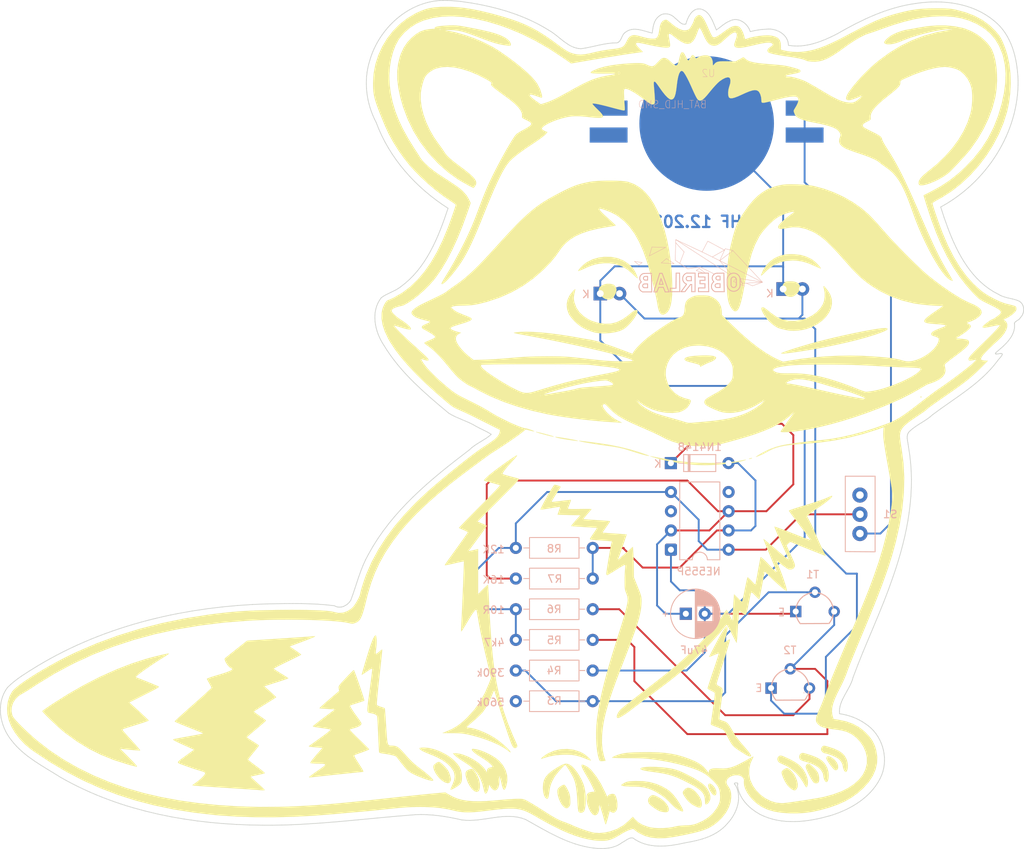
<source format=kicad_pcb>
(kicad_pcb (version 20241229) (generator "pcbnew") (generator_version "9.0")
  (layers (0 "F.Cu" signal) (2 "B.Cu" signal) (13 "F.Paste" user) (15 "B.Paste" user) (5 "F.SilkS" user "F.Silkscreen") (7 "B.SilkS" user "B.Silkscreen") (1 "F.Mask" user) (3 "B.Mask" user) (25 "Edge.Cuts" user))
  (net 0 "")
  (net 1 "Net-(D3-K)")
  (net 2 "Net-(D1-K)")
  (net 3 "Net-(D1-A)")
  (net 4 "Net-(S1-E)")
  (net 5 "Net-(Q1-B)")
  (net 6 "Net-(Q2-C)")
  (net 7 "Net-(Q1-C)")
  (net 8 "Net-(D3-A)")
  (net 9 "Net-(S1-A-Pad1)")
  (footprint "!Goody:LED_D3.0mm" (layer "F.Cu") (at 162.46 78.5)
    (property "Reference" "D1" (hide yes))
    (property "Value" "LED")
  )
  (footprint "LOGO" (layer "F.Cu") (at 131.5596 96.3147)
    (property "Reference" "G***" (hide yes))
    (property "Value" "LOGO" (hide yes))
  )
  (footprint "!Goody:TO-92L_Wide" (layer "F.Cu") (at 160.86 131.218808)
    (property "Reference" "Q2" (hide yes))
    (property "Value" "Q_NPN_EBC" (hide yes))
  )
  (footprint "!Goody:ob-logo_B.SilkS" (layer "F.Cu") (at 156.6 92.8)
    (property "Reference" "G***" (hide yes))
    (property "Value" "LOGO" (hide yes))
  )
  (footprint "LOGO" (layer "F.Cu") (at 136.3686 104.0726)
    (property "Reference" "G***" (hide yes))
    (property "Value" "LOGO" (hide yes))
  )
  (footprint "LOGO" (layer "F.Cu") (at 136.5861 104.0807)
    (property "Reference" "G***" (hide yes))
    (property "Value" "LOGO" (hide yes))
  )
  (footprint "LOGO" (layer "F.Cu") (at 136.3686 104.0726)
    (property "Reference" "G***" (hide yes))
    (property "Value" "LOGO" (hide yes))
  )
  (footprint "LOGO" (layer "F.Cu") (at 131.5596 96.3147)
    (property "Reference" "G***" (hide yes))
    (property "Value" "LOGO" (hide yes))
  )
  (footprint "!Goody:TO-92L_Wide" (layer "F.Cu") (at 164.12 121.1)
    (property "Reference" "Q1" (hide yes))
    (property "Value" "Q_NPN_EBC" (hide yes))
  )
  (footprint "LOGO" (layer "F.Cu") (at 136.5861 104.0807)
    (property "Reference" "G***" (hide yes))
    (property "Value" "LOGO" (hide yes))
  )
  (footprint "LOGO" (layer "F.Cu") (at 136.3686 104.0726)
    (property "Reference" "G***" (hide yes))
    (property "Value" "LOGO" (hide yes))
  )
  (footprint "!Goody:LED_D3.0mm" (layer "F.Cu") (at 138.3 79.1)
    (property "Reference" "D2" (hide yes))
    (property "Value" "LED" (hide yes))
  )
  (footprint "LOGO" (layer "F.Cu") (at 136.5861 104.0807)
    (property "Reference" "G***" (hide yes))
    (property "Value" "LOGO" (hide yes))
  )
  (footprint "LOGO" (layer "F.Cu") (at 136.5861 104.0807)
    (property "Reference" "G***" (hide yes))
    (property "Value" "LOGO" (hide yes))
  )
  (footprint "LOGO" (layer "F.Cu") (at 136.5861 104.0807)
    (property "Reference" "G***" (hide yes))
    (property "Value" "LOGO" (hide yes))
  )
  (footprint "LOGO" (layer "F.Cu") (at 136.3686 104.0726)
    (property "Reference" "G***" (hide yes))
    (property "Value" "LOGO" (hide yes))
  )
  (footprint "LOGO" (layer "F.Cu") (at 136.3686 104.0726)
    (property "Reference" "G***" (hide yes))
    (property "Value" "LOGO" (hide yes))
  )
  (footprint "LOGO" (layer "F.Cu") (at 131.5596 96.3147)
    (property "Reference" "G***" (hide yes))
    (property "Value" "LOGO" (hide yes))
  )
  (footprint "LOGO" (layer "F.Cu") (at 131.5596 96.3147)
    (property "Reference" "G***" (hide yes))
    (property "Value" "LOGO" (hide yes))
  )
  (footprint "LOGO" (layer "F.Cu") (at 136.3686 104.0726)
    (property "Reference" "G***" (hide yes))
    (property "Value" "LOGO" (hide yes))
  )
  (footprint "LOGO" (layer "F.Cu") (at 131.5596 96.3147)
    (property "Reference" "G***" (hide yes))
    (property "Value" "LOGO" (hide yes))
  )
  (footprint "LOGO" (layer "F.Cu") (at 136.5861 104.0807)
    (property "Reference" "G***" (hide yes))
    (property "Value" "LOGO" (hide yes))
  )
  (footprint "LOGO" (layer "F.Cu") (at 131.5596 96.3147)
    (property "Reference" "G***" (hide yes))
    (property "Value" "LOGO" (hide yes))
  )
  (footprint "LOGO" (layer "F.Cu") (at 131.5596 96.3147)
    (property "Reference" "G***" (hide yes))
    (property "Value" "LOGO" (hide yes))
  )
  (footprint "!Goody:1N4147_P7.62mm_Horizontal" (layer "B.Cu") (at 147.6239 101.4935)
    (property "Reference" "D3" (hide yes))
    (property "Value" "1N4148")
  )
  (footprint "Resistor_THT:R_Axial_DIN0207_L6.3mm_D2.5mm_P10.16mm_Horizontal" (layer "B.Cu") (at 127.14 112.7)
    (property "Reference" "R8")
    (property "Value" "12K")
  )
  (footprint "!Goody:BAT-HLD-SMD-Blech" (layer "B.Cu") (at 152.354 56.632)
    (property "Reference" "U2")
    (property "Value" "BAT_HLD_SMD")
  )
  (footprint "Resistor_THT:R_Axial_DIN0207_L6.3mm_D2.5mm_P10.16mm_Horizontal" (layer "B.Cu") (at 127.14 124.85)
    (property "Reference" "R5")
    (property "Value" "4k7")
  )
  (footprint "Resistor_THT:R_Axial_DIN0207_L6.3mm_D2.5mm_P10.16mm_Horizontal" (layer "B.Cu") (at 127.14 116.75)
    (property "Reference" "R7")
    (property "Value" "16K")
  )
  (footprint "Package_DIP:DIP-8_W7.62mm" (layer "B.Cu") (at 147.6339 112.9335)
    (property "Reference" "U1" (hide yes))
    (property "Value" "NE555P")
  )
  (footprint "!Goody:Micro_SchalterKHF" (layer "B.Cu") (at 172.6 110.8 90)
    (property "Reference" "S1")
    (property "Value" "Micro_Schalter" (hide yes))
  )
  (footprint "Resistor_THT:R_Axial_DIN0207_L6.3mm_D2.5mm_P10.16mm_Horizontal" (layer "B.Cu") (at 127.14 132.95)
    (property "Reference" "R3")
    (property "Value" "560k")
  )
  (footprint "Resistor_THT:R_Axial_DIN0207_L6.3mm_D2.5mm_P10.16mm_Horizontal" (layer "B.Cu") (at 127.14 120.8)
    (property "Reference" "R6")
    (property "Value" "10R")
  )
  (footprint "Resistor_THT:R_Axial_DIN0207_L6.3mm_D2.5mm_P10.16mm_Horizontal" (layer "B.Cu") (at 127.14 128.9)
    (property "Reference" "R4")
    (property "Value" "390k")
  )
  (footprint "!Goody:C_Radial_D6.3mm_P2.50mm" (layer "B.Cu") (at 149.6 121.4)
    (property "Reference" "C1" (hide yes))
    (property "Value" "47uF")
  )
  (gr_arc (start 161.514046 132.816532) (mid 163.389153 128.716076) (end 165.3 132.8) (stroke (width 0.15)) (layer "B.SilkS"))
  (gr_arc (start 164.724893 122.700456) (mid 166.6 118.6) (end 168.510847 122.683924) (stroke (width 0.15)) (layer "B.SilkS"))
  (gr_line (start 164.724894 122.700456) (end 168.510847 122.683924) (stroke (width 0.15)) (layer "B.SilkS"))
  (gr_line (start 161.514047 132.816532) (end 165.3 132.8) (stroke (width 0.15)) (layer "B.SilkS"))
  (gr_line (start 128.4385 148.5817) (end 130.5753 149.7827) (stroke (width 0.1)) (layer "Edge.Cuts"))
  (gr_line (start 136.3444 46.6592) (end 135.7498 46.7541) (stroke (width 0.1)) (layer "Edge.Cuts"))
  (gr_line (start 99.8879 120.0837) (end 98.7833 120.0577) (stroke (width 0.1)) (layer "Edge.Cuts"))
  (gr_line (start 160.2926 44.1717) (end 159.7406 44.199) (stroke (width 0.1)) (layer "Edge.Cuts"))
  (gr_line (start 179.2066 97.2523) (end 179.5576 96.9499) (stroke (width 0.1)) (layer "Edge.Cuts"))
  (gr_line (start 163.4146 148.8557) (end 164.0136 148.8567) (stroke (width 0.1)) (layer "Edge.Cuts"))
  (gr_line (start 141.53 44.6432) (end 141.4472 44.7216) (stroke (width 0.1)) (layer "Edge.Cuts"))
  (gr_line (start 173.9616 145.0077) (end 174.3276 144.5947) (stroke (width 0.1)) (layer "Edge.Cuts"))
  (gr_line (start 163.1326 46.0375) (end 163.0786 45.7907) (stroke (width 0.1)) (layer "Edge.Cuts"))
  (gr_line (start 156.4286 143.7847) (end 156.4566 143.8257) (stroke (width 0.1)) (layer "Edge.Cuts"))
  (gr_line (start 117.5096 40.3654) (end 117.5099 40.3675) (stroke (width 0.1)) (layer "Edge.Cuts"))
  (gr_line (start 110.133 86.6025) (end 110.5732 87.2445) (stroke (width 0.1)) (layer "Edge.Cuts"))
  (gr_line (start 176.5656 41.551) (end 175.9006 41.773) (stroke (width 0.1)) (layer "Edge.Cuts"))
  (gr_line (start 173.3016 42.8347) (end 172.0366 43.4504) (stroke (width 0.1)) (layer "Edge.Cuts"))
  (gr_line (start 109.9616 79.2662) (end 109.6496 79.4476) (stroke (width 0.1)) (layer "Edge.Cuts"))
  (gr_line (start 104.6762 120.2807) (end 104.3944 120.4217) (stroke (width 0.1)) (layer "Edge.Cuts"))
  (gr_line (start 171.5026 130.4017) (end 171.6136 130.0967) (stroke (width 0.1)) (layer "Edge.Cuts"))
  (gr_line (start 136.8155 152.2617) (end 137.4275 152.3517) (stroke (width 0.1)) (layer "Edge.Cuts"))
  (gr_line (start 117.4057 67.3145) (end 118.1876 67.8323) (stroke (width 0.1)) (layer "Edge.Cuts"))
  (gr_line (start 116.6412 66.7685) (end 117.4057 67.3145) (stroke (width 0.1)) (layer "Edge.Cuts"))
  (gr_line (start 114.4542 105.1209) (end 113.5773 105.9532) (stroke (width 0.1)) (layer "Edge.Cuts"))
  (gr_line (start 59.2483 135.6247) (end 59.385 136.0797) (stroke (width 0.1)) (layer "Edge.Cuts"))
  (gr_line (start 190.8736 87.8585) (end 191.0366 87.6673) (stroke (width 0.1)) (layer "Edge.Cuts"))
  (gr_line (start 118.1353 101.9734) (end 117.1952 102.7366) (stroke (width 0.1)) (layer "Edge.Cuts"))
  (gr_line (start 127.3252 42.2741) (end 126.5976 42.0158) (stroke (width 0.1)) (layer "Edge.Cuts"))
  (gr_line (start 149.2116 43.4992) (end 149.0266 43.4169) (stroke (width 0.1)) (layer "Edge.Cuts"))
  (gr_line (start 169.8936 134.2677) (end 169.9186 133.9437) (stroke (width 0.1)) (layer "Edge.Cuts"))
  (gr_line (start 156.4566 143.8257) (end 156.4676 143.8797) (stroke (width 0.1)) (layer "Edge.Cuts"))
  (gr_line (start 108.5629 81.5679) (end 108.5233 81.9799) (stroke (width 0.1)) (layer "Edge.Cuts"))
  (gr_line (start 179.1826 100.4198) (end 179.0126 99.3362) (stroke (width 0.1)) (layer "Edge.Cuts"))
  (gr_line (start 113.6139 90.7714) (end 114.7403 91.8481) (stroke (width 0.1)) (layer "Edge.Cuts"))
  (gr_line (start 86.4127 120.7307) (end 84.4364 121.0247) (stroke (width 0.1)) (layer "Edge.Cuts"))
  (gr_line (start 86.7811 148.9677) (end 88.5103 149.1217) (stroke (width 0.1)) (layer "Edge.Cuts"))
  (gr_line (start 188.0606 77.0963) (end 187.5926 76.5791) (stroke (width 0.1)) (layer "Edge.Cuts"))
  (gr_line (start 157.4156 146.3037) (end 157.6256 146.5437) (stroke (width 0.1)) (layer "Edge.Cuts"))
  (gr_line (start 131.7473 44.4581) (end 131.4822 44.3009) (stroke (width 0.1)) (layer "Edge.Cuts"))
  (gr_line (start 113.6351 76.6796) (end 113.0955 77.2275) (stroke (width 0.1)) (layer "Edge.Cuts"))
  (gr_line (start 166.0626 46.1802) (end 165.6536 46.2656) (stroke (width 0.1)) (layer "Edge.Cuts"))
  (gr_line (start 178.8976 97.7119) (end 178.9456 97.5893) (stroke (width 0.1)) (layer "Edge.Cuts"))
  (gr_line (start 191.0366 87.6673) (end 191.2006 87.4753) (stroke (width 0.1)) (layer "Edge.Cuts"))
  (gr_line (start 193.2836 48.7436) (end 193.1826 48.1983) (stroke (width 0.1)) (layer "Edge.Cuts"))
  (gr_line (start 188.5836 41.9074) (end 187.9756 41.6144) (stroke (width 0.1)) (layer "Edge.Cuts"))
  (gr_line (start 118.6672 40.4029) (end 118.0886 40.376) (stroke (width 0.1)) (layer "Edge.Cuts"))
  (gr_line (start 193.3326 53.4986) (end 193.4096 52.8602) (stroke (width 0.1)) (layer "Edge.Cuts"))
  (gr_line (start 119.0834 101.2231) (end 118.1353 101.9734) (stroke (width 0.1)) (layer "Edge.Cuts"))
  (gr_line (start 169.9186 133.9437) (end 169.9756 133.6287) (stroke (width 0.1)) (layer "Edge.Cuts"))
  (gr_line (start 174.6646 144.1587) (end 174.9696 143.6987) (stroke (width 0.1)) (layer "Edge.Cuts"))
  (gr_line (start 109.112 84.8495) (end 109.2953 85.2292) (stroke (width 0.1)) (layer "Edge.Cuts"))
  (gr_line (start 108.0547 55.05) (end 108.2457 55.5433) (stroke (width 0.1)) (layer "Edge.Cuts"))
  (gr_line (start 156.4186 144.0257) (end 156.4616 144.3417) (stroke (width 0.1)) (layer "Edge.Cuts"))
  (gr_line (start 189.5786 62.2626) (end 189.9626 61.7449) (stroke (width 0.1)) (layer "Edge.Cuts"))
  (gr_line (start 113.8572 147.9437) (end 114.6359 147.9247) (stroke (width 0.1)) (layer "Edge.Cuts"))
  (gr_line (start 122.9276 97.1611) (end 123.4394 97.4225) (stroke (width 0.1)) (layer "Edge.Cuts"))
  (gr_line (start 139.3112 46.0592) (end 138.7147 46.1581) (stroke (width 0.1)) (layer "Edge.Cuts"))
  (gr_line (start 172.7166 146.1037) (end 173.1536 145.7617) (stroke (width 0.1)) (layer "Edge.Cuts"))
  (gr_line (start 152.1746 151.0167) (end 152.5406 150.8787) (stroke (width 0.1)) (layer "Edge.Cuts"))
  (gr_line (start 68.2785 125.9677) (end 67.3826 126.4057) (stroke (width 0.1)) (layer "Edge.Cuts"))
  (gr_line (start 119.8221 40.4982) (end 118.6672 40.4029) (stroke (width 0.1)) (layer "Edge.Cuts"))
  (gr_line (start 88.5103 149.1217) (end 90.2413 149.2327) (stroke (width 0.1)) (layer "Edge.Cuts"))
  (gr_line (start 187.5926 76.5791) (end 187.1516 76.0355) (stroke (width 0.1)) (layer "Edge.Cuts"))
  (gr_line (start 70.8813 144.9647) (end 71.6769 145.3057) (stroke (width 0.1)) (layer "Edge.Cuts"))
  (gr_line (start 124.2712 148.3287) (end 124.8 148.2587) (stroke (width 0.1)) (layer "Edge.Cuts"))
  (gr_line (start 156.3856 143.7547) (end 156.4286 143.7847) (stroke (width 0.1)) (layer "Edge.Cuts"))
  (gr_line (start 186.9456 65.0892) (end 187.4216 64.6542) (stroke (width 0.1)) (layer "Edge.Cuts"))
  (gr_line (start 115.0484 74.8677) (end 114.6094 75.497) (stroke (width 0.1)) (layer "Edge.Cuts"))
  (gr_line (start 135.4279 46.7234) (end 135.1205 46.6606) (stroke (width 0.1)) (layer "Edge.Cuts"))
  (gr_line (start 141.1001 45.3277) (end 140.9969 45.5364) (stroke (width 0.1)) (layer "Edge.Cuts"))
  (gr_line (start 154.9156 43.3327) (end 154.4826 43.6337) (stroke (width 0.1)) (layer "Edge.Cuts"))
  (gr_line (start 178.8656 97.8386) (end 178.8976 97.7119) (stroke (width 0.1)) (layer "Edge.Cuts"))
  (gr_line (start 59.0527 133.7597) (end 59.0457 134.2267) (stroke (width 0.1)) (layer "Edge.Cuts"))
  (gr_line (start 130.1424 43.5285) (end 129.4539 43.1799) (stroke (width 0.1)) (layer "Edge.Cuts"))
  (gr_line (start 154.2326 149.9317) (end 154.5336 149.6827) (stroke (width 0.1)) (layer "Edge.Cuts"))
  (gr_line (start 191.4546 44.2058) (end 191.1006 43.7884) (stroke (width 0.1)) (layer "Edge.Cuts"))
  (gr_line (start 109.2305 45.2826) (end 109.0087 45.6376) (stroke (width 0.1)) (layer "Edge.Cuts"))
  (gr_line (start 96.2266 149.3147) (end 97.4908 149.2747) (stroke (width 0.1)) (layer "Edge.Cuts"))
  (gr_line (start 194.1976 81.5439) (end 194.2256 81.3752) (stroke (width 0.1)) (layer "Edge.Cuts"))
  (gr_line (start 61.5445 139.2687) (end 61.9193 139.6117) (stroke (width 0.1)) (layer "Edge.Cuts"))
  (gr_line (start 107.8465 48.3012) (end 107.6991 48.8114) (stroke (width 0.1)) (layer "Edge.Cuts"))
  (gr_line (start 143.7671 151.6667) (end 144.1858 151.8127) (stroke (width 0.1)) (layer "Edge.Cuts"))
  (gr_line (start 114.4684 64.9667) (end 115.1709 65.5939) (stroke (width 0.1)) (layer "Edge.Cuts"))
  (gr_line (start 126.5976 42.0158) (end 125.8626 41.7779) (stroke (width 0.1)) (layer "Edge.Cuts"))
  (gr_line (start 142.2204 151.0447) (end 142.4026 151.0037) (stroke (width 0.1)) (layer "Edge.Cuts"))
  (gr_line (start 120.9915 99.7537) (end 119.0834 101.2231) (stroke (width 0.1)) (layer "Edge.Cuts"))
  (gr_line (start 186.7376 75.4684) (end 186.3486 74.8809) (stroke (width 0.1)) (layer "Edge.Cuts"))
  (gr_line (start 175.8466 140.8287) (end 175.8366 140.3507) (stroke (width 0.1)) (layer "Edge.Cuts"))
  (gr_line (start 174.4176 136.8717) (end 174.0856 136.5267) (stroke (width 0.1)) (layer "Edge.Cuts"))
  (gr_line (start 108.7552 80.7659) (end 108.6395 81.1625) (stroke (width 0.1)) (layer "Edge.Cuts"))
  (gr_line (start 158.0386 44.2859) (end 157.9466 44.0884) (stroke (width 0.1)) (layer "Edge.Cuts"))
  (gr_line (start 141.5047 151.4387) (end 141.8589 151.2147) (stroke (width 0.1)) (layer "Edge.Cuts"))
  (gr_line (start 161.0326 44.1892) (end 160.7836 44.1609) (stroke (width 0.1)) (layer "Edge.Cuts"))
  (gr_line (start 72.4787 145.6297) (end 73.2865 145.9397) (stroke (width 0.1)) (layer "Edge.Cuts"))
  (gr_line (start 169.7776 147.6947) (end 170.2926 147.4827) (stroke (width 0.1)) (layer "Edge.Cuts"))
  (gr_line (start 189.6456 78.4588) (end 189.0856 78.0391) (stroke (width 0.1)) (layer "Edge.Cuts"))
  (gr_line (start 148.3526 42.8482) (end 148.1976 42.7238) (stroke (width 0.1)) (layer "Edge.Cuts"))
  (gr_line (start 157.6256 146.5437) (end 157.8486 146.7727) (stroke (width 0.1)) (layer "Edge.Cuts"))
  (gr_line (start 146.8456 152.0777) (end 147.2976 152.0417) (stroke (width 0.1)) (layer "Edge.Cuts"))
  (gr_line (start 192.7416 46.6003) (end 192.5436 46.0882) (stroke (width 0.1)) (layer "Edge.Cuts"))
  (gr_line (start 175.7876 139.8747) (end 175.6996 139.4047) (stroke (width 0.1)) (layer "Edge.Cuts"))
  (gr_line (start 109.2953 85.2292) (end 109.4974 85.5941) (stroke (width 0.1)) (layer "Edge.Cuts"))
  (gr_line (start 175.5746 138.9427) (end 175.4136 138.4927) (stroke (width 0.1)) (layer "Edge.Cuts"))
  (gr_line (start 181.3286 40.6173) (end 180.6536 40.6819) (stroke (width 0.1)) (layer "Edge.Cuts"))
  (gr_line (start 81.6267 148.2267) (end 83.3369 148.5227) (stroke (width 0.1)) (layer "Edge.Cuts"))
  (gr_line (start 145.3702 43.5111) (end 145.2959 43.8064) (stroke (width 0.1)) (layer "Edge.Cuts"))
  (gr_line (start 70.0931 125.1437) (end 69.1821 125.5467) (stroke (width 0.1)) (layer "Edge.Cuts"))
  (gr_line (start 190.5596 87.0774) (end 190.5126 87.0576) (stroke (width 0.1)) (layer "Edge.Cuts"))
  (gr_line (start 139.8484 152.2617) (end 140.3076 152.1147) (stroke (width 0.1)) (layer "Edge.Cuts"))
  (gr_line (start 149.3076 43.5207) (end 149.2116 43.4992) (stroke (width 0.1)) (layer "Edge.Cuts"))
  (gr_line (start 114.2586 41.0454) (end 113.8781 41.2096) (stroke (width 0.1)) (layer "Edge.Cuts"))
  (gr_line (start 179.1036 108.0244) (end 179.2356 106.9419) (stroke (width 0.1)) (layer "Edge.Cuts"))
  (gr_line (start 183.8286 67.3504) (end 184.3766 67.0178) (stroke (width 0.1)) (layer "Edge.Cuts"))
  (gr_line (start 83.3369 148.5227) (end 85.0559 148.7687) (stroke (width 0.1)) (layer "Edge.Cuts"))
  (gr_line (start 103.9437 120.5257) (end 103.7903 120.5277) (stroke (width 0.1)) (layer "Edge.Cuts"))
  (gr_line (start 115.8409 73.547) (end 115.4582 74.2168) (stroke (width 0.1)) (layer "Edge.Cuts"))
  (gr_line (start 66.1436 142.4767) (end 67.007 143.0137) (stroke (width 0.1)) (layer "Edge.Cuts"))
  (gr_line (start 113.79 64.3137) (end 114.4684 64.9667) (stroke (width 0.1)) (layer "Edge.Cuts"))
  (gr_line (start 151.9236 41.6306) (end 151.7076 41.5447) (stroke (width 0.1)) (layer "Edge.Cuts"))
  (gr_line (start 135.1205 46.6606) (end 134.8261 46.5689) (stroke (width 0.1)) (layer "Edge.Cuts"))
  (gr_line (start 108.257 47.1266) (end 108.105 47.5135) (stroke (width 0.1)) (layer "Edge.Cuts"))
  (gr_line (start 105.3374 119.6127) (end 105.1563 119.8677) (stroke (width 0.1)) (layer "Edge.Cuts"))
  (gr_line (start 171.2286 130.9927) (end 171.3736 130.6997) (stroke (width 0.1)) (layer "Edge.Cuts"))
  (gr_line (start 141.8589 151.2147) (end 142.039 151.1177) (stroke (width 0.1)) (layer "Edge.Cuts"))
  (gr_line (start 60.416 130.7287) (end 59.981 131.1417) (stroke (width 0.1)) (layer "Edge.Cuts"))
  (gr_line (start 141.1616 151.6387) (end 141.5047 151.4387) (stroke (width 0.1)) (layer "Edge.Cuts"))
  (gr_line (start 162.2256 148.7627) (end 162.8176 148.8257) (stroke (width 0.1)) (layer "Edge.Cuts"))
  (gr_line (start 67.007 143.0137) (end 67.7671 143.4377) (stroke (width 0.1)) (layer "Edge.Cuts"))
  (gr_line (start 65.269 141.9457) (end 66.1436 142.4767) (stroke (width 0.1)) (layer "Edge.Cuts"))
  (gr_line (start 115.4384 40.6536) (end 115.0391 40.7669) (stroke (width 0.1)) (layer "Edge.Cuts"))
  (gr_line (start 170.7936 44.108) (end 169.5716 44.7962) (stroke (width 0.1)) (layer "Edge.Cuts"))
  (gr_line (start 143.1345 44.1918) (end 142.9084 44.1766) (stroke (width 0.1)) (layer "Edge.Cuts"))
  (gr_line (start 59.981 137.3657) (end 60.2365 137.7597) (stroke (width 0.1)) (layer "Edge.Cuts"))
  (gr_line (start 170.8116 134.7837) (end 170.3596 134.6807) (stroke (width 0.1)) (layer "Edge.Cuts"))
  (gr_line (start 117.7296 148.1867) (end 118.4957 148.3187) (stroke (width 0.1)) (layer "Edge.Cuts"))
  (gr_line (start 109.6496 79.4476) (end 109.3569 79.6531) (stroke (width 0.1)) (layer "Edge.Cuts"))
  (gr_line (start 122.4294 98.7057) (end 122.0494 98.9393) (stroke (width 0.1)) (layer "Edge.Cuts"))
  (gr_line (start 190.7446 88.0331) (end 190.8736 87.8585) (stroke (width 0.1)) (layer "Edge.Cuts"))
  (gr_line (start 174.7176 137.2437) (end 174.4176 136.8717) (stroke (width 0.1)) (layer "Edge.Cuts"))
  (gr_line (start 116.1987 72.8609) (end 115.8409 73.547) (stroke (width 0.1)) (layer "Edge.Cuts"))
  (gr_line (start 156.4206 144.6387) (end 156.2946 144.3117) (stroke (width 0.1)) (layer "Edge.Cuts"))
  (gr_line (start 175.7456 119.8427) (end 176.3866 118.1717) (stroke (width 0.1)) (layer "Edge.Cuts"))
  (gr_line (start 155.3156 148.8607) (end 155.5306 148.5877) (stroke (width 0.1)) (layer "Edge.Cuts"))
  (gr_line (start 124.3736 41.3593) (end 123.6215 41.1769) (stroke (width 0.1)) (layer "Edge.Cuts"))
  (gr_line (start 156.4676 143.8797) (end 156.4566 143.9457) (stroke (width 0.1)) (layer "Edge.Cuts"))
  (gr_line (start 172.9416 135.6757) (end 172.5396 135.4457) (stroke (width 0.1)) (layer "Edge.Cuts"))
  (gr_line (start 109.6077 110.477) (end 108.9184 111.4667) (stroke (width 0.1)) (layer "Edge.Cuts"))
  (gr_line (start 119.1563 95.3744) (end 120.0783 95.7716) (stroke (width 0.1)) (layer "Edge.Cuts"))
  (gr_line (start 116.2663 103.5143) (end 115.3516 104.3085) (stroke (width 0.1)) (layer "Edge.Cuts"))
  (gr_line (start 161.2796 44.2391) (end 161.0326 44.1892) (stroke (width 0.1)) (layer "Edge.Cuts"))
  (gr_line (start 163.1516 46.2985) (end 163.1326 46.0375) (stroke (width 0.1)) (layer "Edge.Cuts"))
  (gr_line (start 190.8916 86.615) (end 191.1946 86.3554) (stroke (width 0.1)) (layer "Edge.Cuts"))
  (gr_line (start 97.4908 149.2747) (end 98.7549 149.2167) (stroke (width 0.1)) (layer "Edge.Cuts"))
  (gr_line (start 146.8326 42.1398) (end 146.6836 42.158) (stroke (width 0.1)) (layer "Edge.Cuts"))
  (gr_line (start 189.7406 42.6161) (end 189.1726 42.2409) (stroke (width 0.1)) (layer "Edge.Cuts"))
  (gr_line (start 156.3476 147.0257) (end 156.4466 146.6877) (stroke (width 0.1)) (layer "Edge.Cuts"))
  (gr_line (start 117.0831 93.9038) (end 118.2732 94.8994) (stroke (width 0.1)) (layer "Edge.Cuts"))
  (gr_line (start 148.8486 43.2951) (end 148.5116 42.9952) (stroke (width 0.1)) (layer "Edge.Cuts"))
  (gr_line (start 111.0351 87.8693) (end 111.5172 88.4779) (stroke (width 0.1)) (layer "Edge.Cuts"))
  (gr_line (start 70.0922 144.6077) (end 70.8813 144.9647) (stroke (width 0.1)) (layer "Edge.Cuts"))
  (gr_line (start 135.7498 46.7541) (end 135.4279 46.7234) (stroke (width 0.1)) (layer "Edge.Cuts"))
  (gr_line (start 143.3597 151.4847) (end 143.7671 151.6667) (stroke (width 0.1)) (layer "Edge.Cuts"))
  (gr_line (start 179.0126 99.3362) (end 178.9786 99.0675) (stroke (width 0.1)) (layer "Edge.Cuts"))
  (gr_line (start 59.0771 134.6957) (end 59.1451 135.1627) (stroke (width 0.1)) (layer "Edge.Cuts"))
  (gr_line (start 193.5906 82.5266) (end 193.7086 82.4181) (stroke (width 0.1)) (layer "Edge.Cuts"))
  (gr_line (start 142.4026 151.0037) (end 142.5852 151.0067) (stroke (width 0.1)) (layer "Edge.Cuts"))
  (gr_line (start 148.6416 151.8427) (end 149.5086 151.6577) (stroke (width 0.1)) (layer "Edge.Cuts"))
  (gr_line (start 115.3516 104.3085) (end 114.4542 105.1209) (stroke (width 0.1)) (layer "Edge.Cuts"))
  (gr_line (start 171.3736 130.6997) (end 171.5026 130.4017) (stroke (width 0.1)) (layer "Edge.Cuts"))
  (gr_line (start 108.605 46.3694) (end 108.4238 46.7451) (stroke (width 0.1)) (layer "Edge.Cuts"))
  (gr_line (start 94.3637 120.0907) (end 92.3742 120.1737) (stroke (width 0.1)) (layer "Edge.Cuts"))
  (gr_line (start 179.9296 96.6756) (end 180.3156 96.4201) (stroke (width 0.1)) (layer "Edge.Cuts"))
  (gr_line (start 111.9005 78.223) (end 111.5998 78.4328) (stroke (width 0.1)) (layer "Edge.Cuts"))
  (gr_line (start 192.7906 79.8197) (end 192.1296 79.6655) (stroke (width 0.1)) (layer "Edge.Cuts"))
  (gr_line (start 171.6136 130.0967) (end 171.7026 129.7857) (stroke (width 0.1)) (layer "Edge.Cuts"))
  (gr_line (start 108.912 80.3806) (end 108.7552 80.7659) (stroke (width 0.1)) (layer "Edge.Cuts"))
  (gr_line (start 173.7216 136.2127) (end 173.3276 135.9317) (stroke (width 0.1)) (layer "Edge.Cuts"))
  (gr_line (start 167.2716 45.8215) (end 166.8716 45.9565) (stroke (width 0.1)) (layer "Edge.Cuts"))
  (gr_line (start 85.0559 148.7687) (end 86.7811 148.9677) (stroke (width 0.1)) (layer "Edge.Cuts"))
  (gr_line (start 138.7147 46.1581) (end 138.121 46.2788) (stroke (width 0.1)) (layer "Edge.Cuts"))
  (gr_line (start 140.5174 45.9728) (end 139.9117 45.9937) (stroke (width 0.1)) (layer "Edge.Cuts"))
  (gr_line (start 137.4275 152.3517) (end 137.9119 152.3987) (stroke (width 0.1)) (layer "Edge.Cuts"))
  (gr_line (start 140.9577 151.7817) (end 141.1616 151.6387) (stroke (width 0.1)) (layer "Edge.Cuts"))
  (gr_line (start 189.9626 61.7449) (end 190.3296 61.2153) (stroke (width 0.1)) (layer "Edge.Cuts"))
  (gr_line (start 150.2756 151.5207) (end 151.0426 151.3517) (stroke (width 0.1)) (layer "Edge.Cuts"))
  (gr_line (start 157.8486 146.7727) (end 158.0836 146.9897) (stroke (width 0.1)) (layer "Edge.Cuts"))
  (gr_line (start 141.6248 44.5763) (end 141.53 44.6432) (stroke (width 0.1)) (layer "Edge.Cuts"))
  (gr_line (start 151.0866 41.5166) (end 150.9126 41.5704) (stroke (width 0.1)) (layer "Edge.Cuts"))
  (gr_line (start 156.0276 143.8927) (end 156.0166 143.8487) (stroke (width 0.1)) (layer "Edge.Cuts"))
  (gr_line (start 184.9146 66.6668) (end 185.4406 66.2978) (stroke (width 0.1)) (layer "Edge.Cuts"))
  (gr_line (start 60.2365 137.7597) (end 60.5179 138.1297) (stroke (width 0.1)) (layer "Edge.Cuts"))
  (gr_line (start 109.4974 85.5941) (end 109.7162 85.9421) (stroke (width 0.1)) (layer "Edge.Cuts"))
  (gr_line (start 188.3296 63.7392) (end 188.7616 63.2603) (stroke (width 0.1)) (layer "Edge.Cuts"))
  (gr_line (start 80.5149 121.7847) (end 79.5429 122.0117) (stroke (width 0.1)) (layer "Edge.Cuts"))
  (gr_line (start 149.5036 43.5149) (end 149.4046 43.5267) (stroke (width 0.1)) (layer "Edge.Cuts"))
  (gr_line (start 128.0444 42.5536) (end 127.3252 42.2741) (stroke (width 0.1)) (layer "Edge.Cuts"))
  (gr_line (start 178.7386 110.1778) (end 178.9376 109.1033) (stroke (width 0.1)) (layer "Edge.Cuts"))
  (gr_line (start 127.9276 148.4017) (end 128.4385 148.5817) (stroke (width 0.1)) (layer "Edge.Cuts"))
  (gr_line (start 191.8906 85.7003) (end 192.2146 85.3342) (stroke (width 0.1)) (layer "Edge.Cuts"))
  (gr_line (start 71.6769 145.3057) (end 72.4787 145.6297) (stroke (width 0.1)) (layer "Edge.Cuts"))
  (gr_line (start 156.6526 42.9778) (end 156.4466 42.9265) (stroke (width 0.1)) (layer "Edge.Cuts"))
  (gr_line (start 122.1068 40.8615) (end 121.346 40.7267) (stroke (width 0.1)) (layer "Edge.Cuts"))
  (gr_line (start 190.4956 87.0265) (end 190.5046 86.9856) (stroke (width 0.1)) (layer "Edge.Cuts"))
  (gr_line (start 159.3766 147.8887) (end 159.9266 148.1457) (stroke (width 0.1)) (layer "Edge.Cuts"))
  (gr_line (start 158.8426 147.5677) (end 159.3766 147.8887) (stroke (width 0.1)) (layer "Edge.Cuts"))
  (gr_line (start 110.3177 59.888) (end 110.8169 60.683) (stroke (width 0.1)) (layer "Edge.Cuts"))
  (gr_line (start 142.2465 44.2535) (end 142.0339 44.33) (stroke (width 0.1)) (layer "Edge.Cuts"))
  (gr_line (start 115.0391 40.7669) (end 114.6457 40.8977) (stroke (width 0.1)) (layer "Edge.Cuts"))
  (gr_line (start 144.6141 151.9257) (end 145.0505 152.0077) (stroke (width 0.1)) (layer "Edge.Cuts"))
  (gr_line (start 193.1826 48.1983) (end 193.0596 47.6577) (stroke (width 0.1)) (layer "Edge.Cuts"))
  (gr_line (start 60.8421 138.5297) (end 61.1849 138.9087) (stroke (width 0.1)) (layer "Edge.Cuts"))
  (gr_line (start 140.8753 45.7235) (end 140.8029 45.8043) (stroke (width 0.1)) (layer "Edge.Cuts"))
  (gr_line (start 192.3826 57.2214) (end 192.5956 56.6165) (stroke (width 0.1)) (layer "Edge.Cuts"))
  (gr_line (start 121.8894 96.6385) (end 122.3975 96.9027) (stroke (width 0.1)) (layer "Edge.Cuts"))
  (gr_line (start 132.7614 150.9117) (end 133.3199 151.1657) (stroke (width 0.1)) (layer "Edge.Cuts"))
  (gr_line (start 170.9146 131.5707) (end 171.2286 130.9927) (stroke (width 0.1)) (layer "Edge.Cuts"))
  (gr_line (start 122.8656 41.0113) (end 122.1068 40.8615) (stroke (width 0.1)) (layer "Edge.Cuts"))
  (gr_line (start 122.3975 96.9027) (end 122.9276 97.1611) (stroke (width 0.1)) (layer "Edge.Cuts"))
  (gr_line (start 180.3156 96.4201) (end 180.7086 96.1739) (stroke (width 0.1)) (layer "Edge.Cuts"))
  (gr_line (start 145.4704 43.2259) (end 145.3702 43.5111) (stroke (width 0.1)) (layer "Edge.Cuts"))
  (gr_line (start 111.9158 62.2059) (end 112.512 62.9326) (stroke (width 0.1)) (layer "Edge.Cuts"))
  (gr_line (start 192.8396 84.3117) (end 192.9196 84.0893) (stroke (width 0.1)) (layer "Edge.Cuts"))
  (gr_line (start 192.9796 83.8611) (end 193.0176 83.6272) (stroke (width 0.1)) (layer "Edge.Cuts"))
  (gr_line (start 150.4646 41.8572) (end 150.3376 41.987) (stroke (width 0.1)) (layer "Edge.Cuts"))
  (gr_line (start 71.9363 124.3867) (end 71.0113 124.7567) (stroke (width 0.1)) (layer "Edge.Cuts"))
  (gr_line (start 189.1726 42.2409) (end 188.5836 41.9074) (stroke (width 0.1)) (layer "Edge.Cuts"))
  (gr_line (start 191.5456 86.0409) (end 191.8906 85.7003) (stroke (width 0.1)) (layer "Edge.Cuts"))
  (gr_line (start 173.1536 145.7617) (end 173.5696 145.3957) (stroke (width 0.1)) (layer "Edge.Cuts"))
  (gr_line (start 77.6112 122.5117) (end 76.652 122.7837) (stroke (width 0.1)) (layer "Edge.Cuts"))
  (gr_line (start 185.9836 74.2758) (end 185.6416 73.6562) (stroke (width 0.1)) (layer "Edge.Cuts"))
  (gr_line (start 170.1696 133.0197) (end 170.2966 132.7247) (stroke (width 0.1)) (layer "Edge.Cuts"))
  (gr_line (start 110.6195 78.9429) (end 109.9616 79.2662) (stroke (width 0.1)) (layer "Edge.Cuts"))
  (gr_line (start 162.7426 45.1416) (end 162.5816 44.9577) (stroke (width 0.1)) (layer "Edge.Cuts"))
  (gr_line (start 104.2468 120.4717) (end 104.0962 120.5067) (stroke (width 0.1)) (layer "Edge.Cuts"))
  (gr_line (start 123.5499 97.9794) (end 123.1869 98.2358) (stroke (width 0.1)) (layer "Edge.Cuts"))
  (gr_line (start 59.0457 134.2267) (end 59.0771 134.6957) (stroke (width 0.1)) (layer "Edge.Cuts"))
  (gr_line (start 192.7426 84.5282) (end 192.8396 84.3117) (stroke (width 0.1)) (layer "Edge.Cuts"))
  (gr_line (start 183.3706 40.5843) (end 182.6886 40.5672) (stroke (width 0.1)) (layer "Edge.Cuts"))
  (gr_line (start 190.7116 43.3972) (end 190.2856 43.0343) (stroke (width 0.1)) (layer "Edge.Cuts"))
  (gr_line (start 109.0087 45.6376) (end 108.8 46) (stroke (width 0.1)) (layer "Edge.Cuts"))
  (gr_line (start 157.2216 146.0527) (end 157.4156 146.3037) (stroke (width 0.1)) (layer "Edge.Cuts"))
  (gr_line (start 107.968 47.9052) (end 107.8465 48.3012) (stroke (width 0.1)) (layer "Edge.Cuts"))
  (gr_line (start 112.7239 106.8073) (end 111.8972 107.685) (stroke (width 0.1)) (layer "Edge.Cuts"))
  (gr_line (start 116.2532 40.4814) (end 115.8432 40.5582) (stroke (width 0.1)) (layer "Edge.Cuts"))
  (gr_line (start 191.4056 87.0954) (end 191.3796 87.0522) (stroke (width 0.1)) (layer "Edge.Cuts"))
  (gr_line (start 63.8828 128.3357) (end 62.8585 128.9687) (stroke (width 0.1)) (layer "Edge.Cuts"))
  (gr_line (start 74.9186 146.5117) (end 75.7424 146.7757) (stroke (width 0.1)) (layer "Edge.Cuts"))
  (gr_line (start 192.9586 55.3863) (end 193.1056 54.7622) (stroke (width 0.1)) (layer "Edge.Cuts"))
  (gr_line (start 179.0116 97.4715) (end 179.0976 97.3589) (stroke (width 0.1)) (layer "Edge.Cuts"))
  (gr_line (start 107.2892 114.2667) (end 106.955 115.0077) (stroke (width 0.1)) (layer "Edge.Cuts"))
  (gr_line (start 191.3206 87.0247) (end 191.2266 87.0146) (stroke (width 0.1)) (layer "Edge.Cuts"))
  (gr_line (start 154.8196 149.4117) (end 155.0886 149.1157) (stroke (width 0.1)) (layer "Edge.Cuts"))
  (gr_line (start 108.8 46) (end 108.605 46.3694) (stroke (width 0.1)) (layer "Edge.Cuts"))
  (gr_line (start 75.7424 146.7757) (end 76.571 147.0247) (stroke (width 0.1)) (layer "Edge.Cuts"))
  (gr_line (start 84.4364 121.0247) (end 82.4696 121.3757) (stroke (width 0.1)) (layer "Edge.Cuts"))
  (gr_line (start 103.8074 148.8527) (end 106.3288 148.6207) (stroke (width 0.1)) (layer "Edge.Cuts"))
  (gr_line (start 115.4129 147.9437) (end 116.1878 147.9957) (stroke (width 0.1)) (layer "Edge.Cuts"))
  (gr_line (start 114.7403 91.8481) (end 115.9011 92.8895) (stroke (width 0.1)) (layer "Edge.Cuts"))
  (gr_line (start 155.8106 42.9351) (end 155.5976 42.9989) (stroke (width 0.1)) (layer "Edge.Cuts"))
  (gr_line (start 134.4552 151.6207) (end 135.0332 151.8187) (stroke (width 0.1)) (layer "Edge.Cuts"))
  (gr_line (start 156.5626 146.0007) (end 156.5776 145.6557) (stroke (width 0.1)) (layer "Edge.Cuts"))
  (gr_line (start 146.3923 152.0947) (end 146.8456 152.0777) (stroke (width 0.1)) (layer "Edge.Cuts"))
  (gr_line (start 117.6898 69.2822) (end 117.4241 70.0087) (stroke (width 0.1)) (layer "Edge.Cuts"))
  (gr_line (start 190.6396 87.0844) (end 190.5596 87.0774) (stroke (width 0.1)) (layer "Edge.Cuts"))
  (gr_line (start 103.1896 120.3417) (end 102.0918 120.2197) (stroke (width 0.1)) (layer "Edge.Cuts"))
  (gr_line (start 191.2266 87.0146) (end 191.0926 87.0236) (stroke (width 0.1)) (layer "Edge.Cuts"))
  (gr_line (start 138.4011 152.4197) (end 138.8902 152.4077) (stroke (width 0.1)) (layer "Edge.Cuts"))
  (gr_line (start 156.0166 143.8487) (end 156.0276 143.8107) (stroke (width 0.1)) (layer "Edge.Cuts"))
  (gr_line (start 176.9856 116.4827) (end 177.3336 115.4537) (stroke (width 0.1)) (layer "Edge.Cuts"))
  (gr_line (start 69.1821 125.5467) (end 68.2785 125.9677) (stroke (width 0.1)) (layer "Edge.Cuts"))
  (gr_line (start 183.7246 69.061) (end 183.2686 67.664) (stroke (width 0.1)) (layer "Edge.Cuts"))
  (gr_line (start 179.2886 40.8785) (end 178.5986 41.0115) (stroke (width 0.1)) (layer "Edge.Cuts"))
  (gr_line (start 107.6213 53.5241) (end 107.742 54.0392) (stroke (width 0.1)) (layer "Edge.Cuts"))
  (gr_line (start 185.3976 40.8201) (end 184.7276 40.7094) (stroke (width 0.1)) (layer "Edge.Cuts"))
  (gr_line (start 113.1374 63.6354) (end 113.79 64.3137) (stroke (width 0.1)) (layer "Edge.Cuts"))
  (gr_line (start 174.9836 137.6397) (end 174.7176 137.2437) (stroke (width 0.1)) (layer "Edge.Cuts"))
  (gr_line (start 174.3276 144.5947) (end 174.6646 144.1587) (stroke (width 0.1)) (layer "Edge.Cuts"))
  (gr_line (start 111.282 78.6172) (end 110.6195 78.9429) (stroke (width 0.1)) (layer "Edge.Cuts"))
  (gr_line (start 107.5252 53.0041) (end 107.6213 53.5241) (stroke (width 0.1)) (layer "Edge.Cuts"))
  (gr_line (start 156.0276 143.8107) (end 156.1006 143.7537) (stroke (width 0.1)) (layer "Edge.Cuts"))
  (gr_line (start 177.2366 41.3492) (end 176.5656 41.551) (stroke (width 0.1)) (layer "Edge.Cuts"))
  (gr_line (start 179.2356 106.9419) (end 179.3316 105.8567) (stroke (width 0.1)) (layer "Edge.Cuts"))
  (gr_line (start 193.1186 79.9064) (end 192.7906 79.8197) (stroke (width 0.1)) (layer "Edge.Cuts"))
  (gr_line (start 193.8846 80.2939) (end 193.7576 80.1816) (stroke (width 0.1)) (layer "Edge.Cuts"))
  (gr_line (start 156.4616 144.3417) (end 156.5316 144.6497) (stroke (width 0.1)) (layer "Edge.Cuts"))
  (gr_line (start 188.7616 63.2603) (end 189.1776 62.768) (stroke (width 0.1)) (layer "Edge.Cuts"))
  (gr_line (start 192.1296 79.6655) (end 191.8016 79.5798) (stroke (width 0.1)) (layer "Edge.Cuts"))
  (gr_line (start 69.31 144.2347) (end 70.0922 144.6077) (stroke (width 0.1)) (layer "Edge.Cuts"))
  (gr_line (start 109.7162 85.9421) (end 110.133 86.6025) (stroke (width 0.1)) (layer "Edge.Cuts"))
  (gr_line (start 107.4297 50.3726) (end 107.3957 50.8991) (stroke (width 0.1)) (layer "Edge.Cuts"))
  (gr_line (start 193.0186 83.0101) (end 193.0746 82.8986) (stroke (width 0.1)) (layer "Edge.Cuts"))
  (gr_line (start 156.2366 42.9011) (end 156.0236 42.9031) (stroke (width 0.1)) (layer "Edge.Cuts"))
  (gr_line (start 193.4916 51.5729) (end 193.4946 50.9252) (stroke (width 0.1)) (layer "Edge.Cuts"))
  (gr_line (start 78.5749 122.2537) (end 77.6112 122.5117) (stroke (width 0.1)) (layer "Edge.Cuts"))
  (gr_line (start 150.2216 42.1303) (end 150.0176 42.4476) (stroke (width 0.1)) (layer "Edge.Cuts"))
  (gr_line (start 147.7496 151.9887) (end 148.6416 151.8427) (stroke (width 0.1)) (layer "Edge.Cuts"))
  (gr_line (start 179.3026 101.5057) (end 179.1826 100.4198) (stroke (width 0.1)) (layer "Edge.Cuts"))
  (gr_line (start 147.2976 152.0417) (end 147.7496 151.9887) (stroke (width 0.1)) (layer "Edge.Cuts"))
  (gr_line (start 113.8781 41.2096) (end 113.5046 41.3896) (stroke (width 0.1)) (layer "Edge.Cuts"))
  (gr_line (start 169.9036 134.6017) (end 169.8936 134.2677) (stroke (width 0.1)) (layer "Edge.Cuts"))
  (gr_line (start 193.4096 52.8602) (end 193.4626 52.2181) (stroke (width 0.1)) (layer "Edge.Cuts"))
  (gr_line (start 163.9916 46.39) (end 163.5726 46.3585) (stroke (width 0.1)) (layer "Edge.Cuts"))
  (gr_line (start 194.1476 80.7127) (end 194.0796 80.5618) (stroke (width 0.1)) (layer "Edge.Cuts"))
  (gr_line (start 192.2146 85.3342) (end 192.5036 84.9434) (stroke (width 0.1)) (layer "Edge.Cuts"))
  (gr_line (start 111.1199 43.0504) (end 110.8166 43.3385) (stroke (width 0.1)) (layer "Edge.Cuts"))
  (gr_line (start 164.0136 148.8567) (end 164.6146 148.8297) (stroke (width 0.1)) (layer "Edge.Cuts"))
  (gr_line (start 108.5471 82.8142) (end 108.6063 83.2317) (stroke (width 0.1)) (layer "Edge.Cuts"))
  (gr_line (start 139.9117 45.9937) (end 139.3112 46.0592) (stroke (width 0.1)) (layer "Edge.Cuts"))
  (gr_line (start 193.0336 83.3877) (end 193.0246 83.1426) (stroke (width 0.1)) (layer "Edge.Cuts"))
  (gr_line (start 113.0955 77.2275) (end 112.518 77.7428) (stroke (width 0.1)) (layer "Edge.Cuts"))
  (gr_line (start 186.4576 65.5085) (end 186.9456 65.0892) (stroke (width 0.1)) (layer "Edge.Cuts"))
  (gr_line (start 81.4906 121.5727) (end 80.5149 121.7847) (stroke (width 0.1)) (layer "Edge.Cuts"))
  (gr_line (start 193.4406 80.0117) (end 193.1186 79.9064) (stroke (width 0.1)) (layer "Edge.Cuts"))
  (gr_line (start 191.6186 58.989) (end 191.8926 58.4082) (stroke (width 0.1)) (layer "Edge.Cuts"))
  (gr_line (start 182.6886 40.5672) (end 182.0076 40.5786) (stroke (width 0.1)) (layer "Edge.Cuts"))
  (gr_line (start 153.2496 150.5547) (end 153.5886 150.3667) (stroke (width 0.1)) (layer "Edge.Cuts"))
  (gr_line (start 172.3366 128.1147) (end 173.0026 126.4547) (stroke (width 0.1)) (layer "Edge.Cuts"))
  (gr_line (start 111.7564 42.5096) (end 111.4333 42.7739) (stroke (width 0.1)) (layer "Edge.Cuts"))
  (gr_line (start 175.4786 142.7037) (end 175.6326 142.2467) (stroke (width 0.1)) (layer "Edge.Cuts"))
  (gr_line (start 162.8816 45.3421) (end 162.7426 45.1416) (stroke (width 0.1)) (layer "Edge.Cuts"))
  (gr_line (start 111.5172 88.4779) (end 112.0178 89.0714) (stroke (width 0.1)) (layer "Edge.Cuts"))
  (gr_line (start 109.041 57.3768) (end 109.4281 58.2343) (stroke (width 0.1)) (layer "Edge.Cuts"))
  (gr_line (start 112.4304 42.0198) (end 112.0889 42.2581) (stroke (width 0.1)) (layer "Edge.Cuts"))
  (gr_line (start 111.4333 42.7739) (end 111.1199 43.0504) (stroke (width 0.1)) (layer "Edge.Cuts"))
  (gr_line (start 145.6036 42.958) (end 145.4704 43.2259) (stroke (width 0.1)) (layer "Edge.Cuts"))
  (gr_line (start 150.3376 41.987) (end 150.2216 42.1303) (stroke (width 0.1)) (layer "Edge.Cuts"))
  (gr_line (start 145.881 42.6041) (end 145.777 42.7145) (stroke (width 0.1)) (layer "Edge.Cuts"))
  (gr_line (start 92.3742 120.1737) (end 90.3841 120.3067) (stroke (width 0.1)) (layer "Edge.Cuts"))
  (gr_line (start 140.747 151.9087) (end 140.9577 151.7817) (stroke (width 0.1)) (layer "Edge.Cuts"))
  (gr_line (start 124.8 148.2587) (end 125.3272 148.2047) (stroke (width 0.1)) (layer "Edge.Cuts"))
  (gr_line (start 145.2402 44.1048) (end 145.1561 44.6822) (stroke (width 0.1)) (layer "Edge.Cuts"))
  (gr_line (start 136.937 46.5408) (end 136.3444 46.6592) (stroke (width 0.1)) (layer "Edge.Cuts"))
  (gr_line (start 152.8726 42.5721) (end 152.7476 42.3769) (stroke (width 0.1)) (layer "Edge.Cuts"))
  (gr_line (start 108.8095 84.0558) (end 108.9493 84.4576) (stroke (width 0.1)) (layer "Edge.Cuts"))
  (gr_line (start 158.3286 147.1947) (end 158.8426 147.5677) (stroke (width 0.1)) (layer "Edge.Cuts"))
  (gr_line (start 107.5809 49.3275) (end 107.4912 49.8483) (stroke (width 0.1)) (layer "Edge.Cuts"))
  (gr_line (start 121.08 148.6947) (end 121.6126 148.6737) (stroke (width 0.1)) (layer "Edge.Cuts"))
  (gr_line (start 182.0076 40.5786) (end 181.3286 40.6173) (stroke (width 0.1)) (layer "Edge.Cuts"))
  (gr_line (start 156.4466 42.9265) (end 156.2366 42.9011) (stroke (width 0.1)) (layer "Edge.Cuts"))
  (gr_line (start 167.0016 148.4907) (end 167.5876 148.3587) (stroke (width 0.1)) (layer "Edge.Cuts"))
  (gr_line (start 175.9006 41.773) (end 175.2416 42.0138) (stroke (width 0.1)) (layer "Edge.Cuts"))
  (gr_line (start 175.4136 138.4927) (end 175.2166 138.0577) (stroke (width 0.1)) (layer "Edge.Cuts"))
  (gr_line (start 163.5726 46.3585) (end 163.1516 46.2985) (stroke (width 0.1)) (layer "Edge.Cuts"))
  (gr_line (start 165.8136 148.7017) (end 166.4106 148.6057) (stroke (width 0.1)) (layer "Edge.Cuts"))
  (gr_line (start 62.708 140.2537) (end 63.538 140.8477) (stroke (width 0.1)) (layer "Edge.Cuts"))
  (gr_line (start 108.4238 46.7451) (end 108.257 47.1266) (stroke (width 0.1)) (layer "Edge.Cuts"))
  (gr_line (start 162.3996 44.7911) (end 162.2006 44.6425) (stroke (width 0.1)) (layer "Edge.Cuts"))
  (gr_line (start 125.8626 41.7779) (end 125.1209 41.5593) (stroke (width 0.1)) (layer "Edge.Cuts"))
  (gr_line (start 152.8996 150.7247) (end 153.2496 150.5547) (stroke (width 0.1)) (layer "Edge.Cuts"))
  (gr_line (start 193.0246 83.1426) (end 193.0126 83.0733) (stroke (width 0.1)) (layer "Edge.Cuts"))
  (gr_line (start 184.4686 71.0925) (end 184.2186 70.4453) (stroke (width 0.1)) (layer "Edge.Cuts"))
  (gr_line (start 104.3944 120.4217) (end 104.2468 120.4717) (stroke (width 0.1)) (layer "Edge.Cuts"))
  (gr_line (start 171.7866 146.7207) (end 172.2596 146.4237) (stroke (width 0.1)) (layer "Edge.Cuts"))
  (gr_line (start 164.8266 46.3747) (end 164.4096 46.395) (stroke (width 0.1)) (layer "Edge.Cuts"))
  (gr_line (start 186.3486 74.8809) (end 185.9836 74.2758) (stroke (width 0.1)) (layer "Edge.Cuts"))
  (gr_line (start 117.1952 102.7366) (end 116.2663 103.5143) (stroke (width 0.1)) (layer "Edge.Cuts"))
  (gr_line (start 117.5099 40.3675) (end 117.0869 40.3855) (stroke (width 0.1)) (layer "Edge.Cuts"))
  (gr_line (start 175.2166 138.0577) (end 174.9836 137.6397) (stroke (width 0.1)) (layer "Edge.Cuts"))
  (gr_line (start 193.2306 54.1328) (end 193.3326 53.4986) (stroke (width 0.1)) (layer "Edge.Cuts"))
  (gr_line (start 114.6457 40.8977) (end 114.2586 41.0454) (stroke (width 0.1)) (layer "Edge.Cuts"))
  (gr_line (start 186.7386 91.8559) (end 187.2906 91.4339) (stroke (width 0.1)) (layer "Edge.Cuts"))
  (gr_line (start 112.5352 89.6507) (end 113.0678 90.217) (stroke (width 0.1)) (layer "Edge.Cuts"))
  (gr_line (start 97.6778 120.0517) (end 96.5722 120.0597) (stroke (width 0.1)) (layer "Edge.Cuts"))
  (gr_line (start 194.1516 81.7092) (end 194.1976 81.5439) (stroke (width 0.1)) (layer "Edge.Cuts"))
  (gr_line (start 110.2418 43.9476) (end 109.9711 44.2676) (stroke (width 0.1)) (layer "Edge.Cuts"))
  (gr_line (start 111.3502 61.4558) (end 111.9158 62.2059) (stroke (width 0.1)) (layer "Edge.Cuts"))
  (gr_line (start 192.9136 47.1243) (end 192.7416 46.6003) (stroke (width 0.1)) (layer "Edge.Cuts"))
  (gr_line (start 116.6678 40.4237) (end 116.2532 40.4814) (stroke (width 0.1)) (layer "Edge.Cuts"))
  (gr_line (start 127.4132 148.2777) (end 127.9276 148.4017) (stroke (width 0.1)) (layer "Edge.Cuts"))
  (gr_line (start 155.0886 149.1157) (end 155.3156 148.8607) (stroke (width 0.1)) (layer "Edge.Cuts"))
  (gr_line (start 171.6956 135.0637) (end 171.2576 134.9117) (stroke (width 0.1)) (layer "Edge.Cuts"))
  (gr_line (start 194.2256 81.3752) (end 194.2346 81.2054) (stroke (width 0.1)) (layer "Edge.Cuts"))
  (gr_line (start 167.5876 148.3587) (end 168.7376 148.0557) (stroke (width 0.1)) (layer "Edge.Cuts"))
  (gr_line (start 59.0992 133.2957) (end 59.0527 133.7597) (stroke (width 0.1)) (layer "Edge.Cuts"))
  (gr_line (start 108.5187 82.3961) (end 108.5471 82.8142) (stroke (width 0.1)) (layer "Edge.Cuts"))
  (gr_line (start 59.3174 132.3927) (end 59.1869 132.8387) (stroke (width 0.1)) (layer "Edge.Cuts"))
  (gr_line (start 165.6536 46.2656) (end 165.2406 46.331) (stroke (width 0.1)) (layer "Edge.Cuts"))
  (gr_line (start 147.4276 42.218) (end 147.1326 42.1502) (stroke (width 0.1)) (layer "Edge.Cuts"))
  (gr_line (start 61.9193 139.6117) (end 62.3077 139.9397) (stroke (width 0.1)) (layer "Edge.Cuts"))
  (gr_line (start 156.5186 146.3447) (end 156.5626 146.0007) (stroke (width 0.1)) (layer "Edge.Cuts"))
  (gr_line (start 74.7488 123.3767) (end 73.8053 123.6977) (stroke (width 0.1)) (layer "Edge.Cuts"))
  (gr_line (start 164.6146 148.8297) (end 165.2146 148.7777) (stroke (width 0.1)) (layer "Edge.Cuts"))
  (gr_line (start 157.5596 43.5549) (end 157.3996 43.4032) (stroke (width 0.1)) (layer "Edge.Cuts"))
  (gr_line (start 156.0636 143.9417) (end 156.0276 143.8927) (stroke (width 0.1)) (layer "Edge.Cuts"))
  (gr_line (start 170.0606 133.3207) (end 170.1696 133.0197) (stroke (width 0.1)) (layer "Edge.Cuts"))
  (gr_line (start 179.3876 104.7696) (end 179.4036 103.6815) (stroke (width 0.1)) (layer "Edge.Cuts"))
  (gr_line (start 116.8482 71.4509) (end 116.5338 72.1613) (stroke (width 0.1)) (layer "Edge.Cuts"))
  (gr_line (start 111.8972 107.685) (end 111.1001 108.5879) (stroke (width 0.1)) (layer "Edge.Cuts"))
  (gr_line (start 104.933 120.0927) (end 104.6762 120.2807) (stroke (width 0.1)) (layer "Edge.Cuts"))
  (gr_line (start 175.6326 142.2467) (end 175.7456 141.7807) (stroke (width 0.1)) (layer "Edge.Cuts"))
  (gr_line (start 189.1776 62.768) (end 189.5786 62.2626) (stroke (width 0.1)) (layer "Edge.Cuts"))
  (gr_line (start 189.8526 89.1072) (end 190.3106 88.5826) (stroke (width 0.1)) (layer "Edge.Cuts"))
  (gr_line (start 149.8496 42.7911) (end 149.7136 43.1425) (stroke (width 0.1)) (layer "Edge.Cuts"))
  (gr_line (start 67.3826 126.4057) (end 66.4948 126.8617) (stroke (width 0.1)) (layer "Edge.Cuts"))
  (gr_line (start 155.7306 148.2987) (end 155.9146 147.9967) (stroke (width 0.1)) (layer "Edge.Cuts"))
  (gr_line (start 190.5126 87.0576) (end 190.4956 87.0265) (stroke (width 0.1)) (layer "Edge.Cuts"))
  (gr_line (start 139.3743 152.3577) (end 139.8484 152.2617) (stroke (width 0.1)) (layer "Edge.Cuts"))
  (gr_line (start 107.3887 51.4267) (end 107.4084 51.9542) (stroke (width 0.1)) (layer "Edge.Cuts"))
  (gr_line (start 132.5072 45.008) (end 132.0055 44.6306) (stroke (width 0.1)) (layer "Edge.Cuts"))
  (gr_line (start 82.4696 121.3757) (end 81.4906 121.5727) (stroke (width 0.1)) (layer "Edge.Cuts"))
  (gr_line (start 178.8486 98.2376) (end 178.8486 97.9689) (stroke (width 0.1)) (layer "Edge.Cuts"))
  (gr_line (start 159.1926 44.268) (end 158.6496 44.3685) (stroke (width 0.1)) (layer "Edge.Cuts"))
  (gr_line (start 90.2413 149.2327) (end 91.9716 149.3027) (stroke (width 0.1)) (layer "Edge.Cuts"))
  (gr_line (start 140.5301 152.0197) (end 140.747 151.9087) (stroke (width 0.1)) (layer "Edge.Cuts"))
  (gr_line (start 170.8006 147.2507) (end 171.2996 146.9967) (stroke (width 0.1)) (layer "Edge.Cuts"))
  (gr_line (start 146.2558 42.3117) (end 146.1233 42.3979) (stroke (width 0.1)) (layer "Edge.Cuts"))
  (gr_line (start 59.1451 135.1627) (end 59.2483 135.6247) (stroke (width 0.1)) (layer "Edge.Cuts"))
  (gr_line (start 72.8677 124.0337) (end 71.9363 124.3867) (stroke (width 0.1)) (layer "Edge.Cuts"))
  (gr_line (start 125.8524 148.1727) (end 126.3753 148.1697) (stroke (width 0.1)) (layer "Edge.Cuts"))
  (gr_line (start 192.5956 56.6165) (end 192.7876 56.0046) (stroke (width 0.1)) (layer "Edge.Cuts"))
  (gr_line (start 66.4948 126.8617) (end 65.6153 127.3347) (stroke (width 0.1)) (layer "Edge.Cuts"))
  (gr_line (start 150.9126 41.5704) (end 150.7516 41.6466) (stroke (width 0.1)) (layer "Edge.Cuts"))
  (gr_line (start 169.2586 147.8847) (end 169.7776 147.6947) (stroke (width 0.1)) (layer "Edge.Cuts"))
  (gr_line (start 190.3296 61.2153) (end 190.6786 60.6743) (stroke (width 0.1)) (layer "Edge.Cuts"))
  (gr_line (start 157.9466 44.0884) (end 157.8346 43.8995) (stroke (width 0.1)) (layer "Edge.Cuts"))
  (gr_line (start 117.5096 40.3654) (end 117.5096 40.3654) (stroke (width 0.1)) (layer "Edge.Cuts"))
  (gr_line (start 153.5886 150.3667) (end 153.9176 150.1597) (stroke (width 0.1)) (layer "Edge.Cuts"))
  (gr_line (start 191.0106 60.1226) (end 191.3236 59.5606) (stroke (width 0.1)) (layer "Edge.Cuts"))
  (gr_line (start 194.2346 81.2054) (end 194.2246 81.0368) (stroke (width 0.1)) (layer "Edge.Cuts"))
  (gr_line (start 161.6386 148.6657) (end 162.2256 148.7627) (stroke (width 0.1)) (layer "Edge.Cuts"))
  (gr_line (start 74.0999 146.2327) (end 74.9186 146.5117) (stroke (width 0.1)) (layer "Edge.Cuts"))
  (gr_line (start 90.3841 120.3067) (end 88.3961 120.4917) (stroke (width 0.1)) (layer "Edge.Cuts"))
  (gr_line (start 113.0678 90.217) (end 113.6139 90.7714) (stroke (width 0.1)) (layer "Edge.Cuts"))
  (gr_line (start 135.6189 151.9927) (end 136.2128 152.1407) (stroke (width 0.1)) (layer "Edge.Cuts"))
  (gr_line (start 152.1206 41.741) (end 151.9236 41.6306) (stroke (width 0.1)) (layer "Edge.Cuts"))
  (gr_line (start 156.0236 42.9031) (end 155.8106 42.9351) (stroke (width 0.1)) (layer "Edge.Cuts"))
  (gr_line (start 143.8198 44.3194) (end 143.3623 44.2226) (stroke (width 0.1)) (layer "Edge.Cuts"))
  (gr_line (start 168.7376 148.0557) (end 169.2586 147.8847) (stroke (width 0.1)) (layer "Edge.Cuts"))
  (gr_line (start 179.0976 97.3589) (end 179.2066 97.2523) (stroke (width 0.1)) (layer "Edge.Cuts"))
  (gr_line (start 192.9196 84.0893) (end 192.9796 83.8611) (stroke (width 0.1)) (layer "Edge.Cuts"))
  (gr_line (start 108.6395 81.1625) (end 108.5629 81.5679) (stroke (width 0.1)) (layer "Edge.Cuts"))
  (gr_line (start 149.5086 151.6577) (end 150.2756 151.5207) (stroke (width 0.1)) (layer "Edge.Cuts"))
  (gr_line (start 193.0596 47.6577) (end 192.9136 47.1243) (stroke (width 0.1)) (layer "Edge.Cuts"))
  (gr_line (start 121.346 40.7267) (end 119.8221 40.4982) (stroke (width 0.1)) (layer "Edge.Cuts"))
  (gr_line (start 121.4524 96.3888) (end 121.8894 96.6385) (stroke (width 0.1)) (layer "Edge.Cuts"))
  (gr_line (start 146.1233 42.3979) (end 145.9978 42.5025) (stroke (width 0.1)) (layer "Edge.Cuts"))
  (gr_line (start 126.8957 148.2027) (end 127.4132 148.2777) (stroke (width 0.1)) (layer "Edge.Cuts"))
  (gr_line (start 109.8542 59.0716) (end 110.3177 59.888) (stroke (width 0.1)) (layer "Edge.Cuts"))
  (gr_line (start 164.4096 46.395) (end 163.9916 46.39) (stroke (width 0.1)) (layer "Edge.Cuts"))
  (gr_line (start 102.0918 120.2197) (end 100.991 120.1357) (stroke (width 0.1)) (layer "Edge.Cuts"))
  (gr_line (start 61.1849 138.9087) (end 61.5445 139.2687) (stroke (width 0.1)) (layer "Edge.Cuts"))
  (gr_line (start 118.0886 40.376) (end 117.5096 40.3654) (stroke (width 0.1)) (layer "Edge.Cuts"))
  (gr_line (start 157.2276 43.2676) (end 157.0446 43.1503) (stroke (width 0.1)) (layer "Edge.Cuts"))
  (gr_line (start 177.9146 41.1689) (end 177.2366 41.3492) (stroke (width 0.1)) (layer "Edge.Cuts"))
  (gr_line (start 192.1476 57.8188) (end 192.3826 57.2214) (stroke (width 0.1)) (layer "Edge.Cuts"))
  (gr_line (start 105.8714 118.0787) (end 105.6124 118.8497) (stroke (width 0.1)) (layer "Edge.Cuts"))
  (gr_line (start 125.1209 41.5593) (end 124.3736 41.3593) (stroke (width 0.1)) (layer "Edge.Cuts"))
  (gr_line (start 191.3236 59.5606) (end 191.6186 58.989) (stroke (width 0.1)) (layer "Edge.Cuts"))
  (gr_line (start 71.0113 124.7567) (end 70.0931 125.1437) (stroke (width 0.1)) (layer "Edge.Cuts"))
  (gr_line (start 177.9686 113.3657) (end 178.2516 112.3097) (stroke (width 0.1)) (layer "Edge.Cuts"))
  (gr_line (start 62.8585 128.9687) (end 61.8446 129.6267) (stroke (width 0.1)) (layer "Edge.Cuts"))
  (gr_line (start 180.6536 40.6819) (end 179.9866 40.7711) (stroke (width 0.1)) (layer "Edge.Cuts"))
  (gr_line (start 179.4036 103.6815) (end 179.3756 102.5933) (stroke (width 0.1)) (layer "Edge.Cuts"))
  (gr_line (start 173.0026 126.4547) (end 174.3846 123.1537) (stroke (width 0.1)) (layer "Edge.Cuts"))
  (gr_line (start 193.3636 49.2913) (end 193.2836 48.7436) (stroke (width 0.1)) (layer "Edge.Cuts"))
  (gr_line (start 98.7833 120.0577) (end 97.6778 120.0517) (stroke (width 0.1)) (layer "Edge.Cuts"))
  (gr_line (start 61.3519 129.9757) (end 60.8743 130.3407) (stroke (width 0.1)) (layer "Edge.Cuts"))
  (gr_line (start 110.5732 87.2445) (end 111.0351 87.8693) (stroke (width 0.1)) (layer "Edge.Cuts"))
  (gr_line (start 181.4886 95.6713) (end 181.8616 95.396) (stroke (width 0.1)) (layer "Edge.Cuts"))
  (gr_line (start 115.8432 40.5582) (end 115.4384 40.6536) (stroke (width 0.1)) (layer "Edge.Cuts"))
  (gr_line (start 108.9493 84.4576) (end 109.112 84.8495) (stroke (width 0.1)) (layer "Edge.Cuts"))
  (gr_line (start 146.394 42.2434) (end 146.2558 42.3117) (stroke (width 0.1)) (layer "Edge.Cuts"))
  (gr_line (start 151.0426 151.3517) (end 151.8016 151.1407) (stroke (width 0.1)) (layer "Edge.Cuts"))
  (gr_line (start 152.4626 42.025) (end 152.2996 41.8733) (stroke (width 0.1)) (layer "Edge.Cuts"))
  (gr_line (start 115.9011 92.8895) (end 117.0831 93.9038) (stroke (width 0.1)) (layer "Edge.Cuts"))
  (gr_line (start 111.1001 108.5879) (end 110.3359 109.518) (stroke (width 0.1)) (layer "Edge.Cuts"))
  (gr_line (start 181.8616 95.396) (end 182.2136 95.0921) (stroke (width 0.1)) (layer "Edge.Cuts"))
  (gr_line (start 190.3106 88.5826) (end 190.7446 88.0331) (stroke (width 0.1)) (layer "Edge.Cuts"))
  (gr_line (start 193.4946 50.9252) (end 193.4676 50.3845) (stroke (width 0.1)) (layer "Edge.Cuts"))
  (gr_line (start 142.9652 151.2657) (end 143.3597 151.4847) (stroke (width 0.1)) (layer "Edge.Cuts"))
  (gr_line (start 118.2732 94.8994) (end 118.7075 95.1514) (stroke (width 0.1)) (layer "Edge.Cuts"))
  (gr_line (start 59.7528 136.9527) (end 59.981 137.3657) (stroke (width 0.1)) (layer "Edge.Cuts"))
  (gr_line (start 108.5233 81.9799) (end 108.5187 82.3961) (stroke (width 0.1)) (layer "Edge.Cuts"))
  (gr_line (start 178.9786 99.0675) (end 178.9296 98.7917) (stroke (width 0.1)) (layer "Edge.Cuts"))
  (gr_line (start 185.9556 65.9116) (end 186.4576 65.5085) (stroke (width 0.1)) (layer "Edge.Cuts"))
  (gr_line (start 114.6359 147.9247) (end 115.4129 147.9437) (stroke (width 0.1)) (layer "Edge.Cuts"))
  (gr_line (start 134.0053 46.1551) (end 133.4948 45.7974) (stroke (width 0.1)) (layer "Edge.Cuts"))
  (gr_line (start 107.742 54.0392) (end 107.8866 54.5482) (stroke (width 0.1)) (layer "Edge.Cuts"))
  (gr_line (start 134.27 46.3128) (end 134.0053 46.1551) (stroke (width 0.1)) (layer "Edge.Cuts"))
  (gr_line (start 154.0646 43.959) (end 153.6376 44.2689) (stroke (width 0.1)) (layer "Edge.Cuts"))
  (gr_line (start 152.5406 150.8787) (end 152.8996 150.7247) (stroke (width 0.1)) (layer "Edge.Cuts"))
  (gr_line (start 150.7516 41.6466) (end 150.6026 41.7429) (stroke (width 0.1)) (layer "Edge.Cuts"))
  (gr_line (start 106.955 115.0077) (end 106.6564 115.7647) (stroke (width 0.1)) (layer "Edge.Cuts"))
  (gr_line (start 107.4912 49.8483) (end 107.4297 50.3726) (stroke (width 0.1)) (layer "Edge.Cuts"))
  (gr_line (start 59.1869 132.8387) (end 59.0992 133.2957) (stroke (width 0.1)) (layer "Edge.Cuts"))
  (gr_line (start 116.5338 72.1613) (end 116.1987 72.8609) (stroke (width 0.1)) (layer "Edge.Cuts"))
  (gr_line (start 122.0494 98.9393) (end 121.6783 99.1852) (stroke (width 0.1)) (layer "Edge.Cuts"))
  (gr_line (start 108.105 47.5135) (end 107.968 47.9052) (stroke (width 0.1)) (layer "Edge.Cuts"))
  (gr_line (start 191.0926 87.0236) (end 190.9146 87.0545) (stroke (width 0.1)) (layer "Edge.Cuts"))
  (gr_line (start 132.0055 44.6306) (end 131.7473 44.4581) (stroke (width 0.1)) (layer "Edge.Cuts"))
  (gr_line (start 111.3551 148.1497) (end 113.8572 147.9437) (stroke (width 0.1)) (layer "Edge.Cuts"))
  (gr_line (start 67.7671 143.4377) (end 68.5348 143.8447) (stroke (width 0.1)) (layer "Edge.Cuts"))
  (gr_line (start 155.9146 147.9967) (end 156.0796 147.6817) (stroke (width 0.1)) (layer "Edge.Cuts"))
  (gr_line (start 133.8843 151.4027) (end 134.4552 151.6207) (stroke (width 0.1)) (layer "Edge.Cuts"))
  (gr_line (start 156.5776 145.6557) (end 156.5596 145.3127) (stroke (width 0.1)) (layer "Edge.Cuts"))
  (gr_line (start 156.5316 144.6497) (end 156.6266 144.9487) (stroke (width 0.1)) (layer "Edge.Cuts"))
  (gr_line (start 157.8346 43.8995) (end 157.7046 43.721) (stroke (width 0.1)) (layer "Edge.Cuts"))
  (gr_line (start 150.0176 42.4476) (end 149.8496 42.7911) (stroke (width 0.1)) (layer "Edge.Cuts"))
  (gr_line (start 193.1056 54.7622) (end 193.2306 54.1328) (stroke (width 0.1)) (layer "Edge.Cuts"))
  (gr_line (start 161.9856 44.5123) (end 161.7596 44.4013) (stroke (width 0.1)) (layer "Edge.Cuts"))
  (gr_line (start 143.3623 44.2226) (end 143.1345 44.1918) (stroke (width 0.1)) (layer "Edge.Cuts"))
  (gr_line (start 182.2136 95.0921) (end 183.3336 94.2747) (stroke (width 0.1)) (layer "Edge.Cuts"))
  (gr_line (start 126.3753 148.1697) (end 126.8957 148.2027) (stroke (width 0.1)) (layer "Edge.Cuts"))
  (gr_line (start 154.5336 149.6827) (end 154.8196 149.4117) (stroke (width 0.1)) (layer "Edge.Cuts"))
  (gr_line (start 183.3336 94.2747) (end 184.4716 93.475) (stroke (width 0.1)) (layer "Edge.Cuts"))
  (gr_line (start 194.2246 81.0368) (end 194.1956 80.8718) (stroke (width 0.1)) (layer "Edge.Cuts"))
  (gr_line (start 123.1869 98.2358) (end 122.4294 98.7057) (stroke (width 0.1)) (layer "Edge.Cuts"))
  (gr_line (start 156.2246 147.3577) (end 156.3476 147.0257) (stroke (width 0.1)) (layer "Edge.Cuts"))
  (gr_line (start 118.1876 67.8323) (end 117.6898 69.2822) (stroke (width 0.1)) (layer "Edge.Cuts"))
  (gr_line (start 192.5036 84.9434) (end 192.6306 84.7388) (stroke (width 0.1)) (layer "Edge.Cuts"))
  (gr_line (start 123.8927 97.6956) (end 123.5499 97.9794) (stroke (width 0.1)) (layer "Edge.Cuts"))
  (gr_line (start 110.8166 43.3385) (end 110.5237 43.6378) (stroke (width 0.1)) (layer "Edge.Cuts"))
  (gr_line (start 119.2581 148.4697) (end 120.0163 148.6367) (stroke (width 0.1)) (layer "Edge.Cuts"))
  (gr_line (start 156.3326 143.7357) (end 156.3856 143.7547) (stroke (width 0.1)) (layer "Edge.Cuts"))
  (gr_line (start 175.6996 139.4047) (end 175.5746 138.9427) (stroke (width 0.1)) (layer "Edge.Cuts"))
  (gr_line (start 116.1878 147.9957) (end 116.9602 148.0777) (stroke (width 0.1)) (layer "Edge.Cuts"))
  (gr_line (start 145.0505 152.0077) (end 145.4934 152.0617) (stroke (width 0.1)) (layer "Edge.Cuts"))
  (gr_line (start 187.4216 64.6542) (end 187.8826 64.204) (stroke (width 0.1)) (layer "Edge.Cuts"))
  (gr_line (start 156.1006 143.7537) (end 156.2126 143.7267) (stroke (width 0.1)) (layer "Edge.Cuts"))
  (gr_line (start 153.6376 44.2689) (end 153.2866 43.4236) (stroke (width 0.1)) (layer "Edge.Cuts"))
  (gr_line (start 79.9274 147.8797) (end 81.6267 148.2267) (stroke (width 0.1)) (layer "Edge.Cuts"))
  (gr_line (start 153.9176 150.1597) (end 154.2326 149.9317) (stroke (width 0.1)) (layer "Edge.Cuts"))
  (gr_line (start 190.8666 79.1798) (end 190.2386 78.84) (stroke (width 0.1)) (layer "Edge.Cuts"))
  (gr_line (start 184.7276 40.7094) (end 184.0516 40.6313) (stroke (width 0.1)) (layer "Edge.Cuts"))
  (gr_line (start 141.3105 44.9053) (end 141.1997 45.1123) (stroke (width 0.1)) (layer "Edge.Cuts"))
  (gr_line (start 175.8166 141.3067) (end 175.8466 140.8287) (stroke (width 0.1)) (layer "Edge.Cuts"))
  (gr_line (start 109.9711 44.2676) (end 109.7121 44.5971) (stroke (width 0.1)) (layer "Edge.Cuts"))
  (gr_line (start 191.8926 58.4082) (end 192.1476 57.8188) (stroke (width 0.1)) (layer "Edge.Cuts"))
  (gr_line (start 184.2186 70.4453) (end 183.7246 69.061) (stroke (width 0.1)) (layer "Edge.Cuts"))
  (gr_line (start 156.8526 43.053) (end 156.6526 42.9778) (stroke (width 0.1)) (layer "Edge.Cuts"))
  (gr_line (start 193.9056 82.1614) (end 194.0056 82.0203) (stroke (width 0.1)) (layer "Edge.Cuts"))
  (gr_line (start 157.0446 43.1503) (end 156.8526 43.053) (stroke (width 0.1)) (layer "Edge.Cuts"))
  (gr_line (start 118.4957 148.3187) (end 119.2581 148.4697) (stroke (width 0.1)) (layer "Edge.Cuts"))
  (gr_line (start 188.5576 77.5839) (end 188.0606 77.0963) (stroke (width 0.1)) (layer "Edge.Cuts"))
  (gr_line (start 156.1296 143.9947) (end 156.0636 143.9417) (stroke (width 0.1)) (layer "Edge.Cuts"))
  (gr_line (start 113.5046 41.3896) (end 113.1386 41.585) (stroke (width 0.1)) (layer "Edge.Cuts"))
  (gr_line (start 168.0576 45.514) (end 167.2716 45.8215) (stroke (width 0.1)) (layer "Edge.Cuts"))
  (gr_line (start 194.0876 81.8687) (end 194.1516 81.7092) (stroke (width 0.1)) (layer "Edge.Cuts"))
  (gr_line (start 113.5773 105.9532) (end 112.7239 106.8073) (stroke (width 0.1)) (layer "Edge.Cuts"))
  (gr_line (start 171.7026 129.7857) (end 172.3366 128.1147) (stroke (width 0.1)) (layer "Edge.Cuts"))
  (gr_line (start 65.6153 127.3347) (end 64.7446 127.8257) (stroke (width 0.1)) (layer "Edge.Cuts"))
  (gr_line (start 191.4046 87.1521) (end 191.4056 87.0954) (stroke (width 0.1)) (layer "Edge.Cuts"))
  (gr_line (start 179.5576 96.9499) (end 179.9296 96.6756) (stroke (width 0.1)) (layer "Edge.Cuts"))
  (gr_line (start 190.5846 86.8801) (end 190.8916 86.615) (stroke (width 0.1)) (layer "Edge.Cuts"))
  (gr_line (start 73.8053 123.6977) (end 72.8677 124.0337) (stroke (width 0.1)) (layer "Edge.Cuts"))
  (gr_line (start 105.6124 118.8497) (end 105.3374 119.6127) (stroke (width 0.1)) (layer "Edge.Cuts"))
  (gr_line (start 179.9866 40.7711) (end 179.2886 40.8785) (stroke (width 0.1)) (layer "Edge.Cuts"))
  (gr_line (start 140.3076 152.1147) (end 140.5301 152.0197) (stroke (width 0.1)) (layer "Edge.Cuts"))
  (gr_line (start 76.652 122.7837) (end 75.6978 123.0727) (stroke (width 0.1)) (layer "Edge.Cuts"))
  (gr_line (start 121.3232 99.4533) (end 120.9915 99.7537) (stroke (width 0.1)) (layer "Edge.Cuts"))
  (gr_line (start 112.512 62.9326) (end 113.1374 63.6354) (stroke (width 0.1)) (layer "Edge.Cuts"))
  (gr_line (start 109.4651 44.9356) (end 109.2305 45.2826) (stroke (width 0.1)) (layer "Edge.Cuts"))
  (gr_line (start 94.9626 149.3357) (end 96.2266 149.3147) (stroke (width 0.1)) (layer "Edge.Cuts"))
  (gr_line (start 108.8452 148.3807) (end 111.3551 148.1497) (stroke (width 0.1)) (layer "Edge.Cuts"))
  (gr_line (start 156.4466 146.6877) (end 156.5186 146.3447) (stroke (width 0.1)) (layer "Edge.Cuts"))
  (gr_line (start 159.7406 44.199) (end 159.1926 44.268) (stroke (width 0.1)) (layer "Edge.Cuts"))
  (gr_line (start 177.3336 115.4537) (end 177.6616 114.4137) (stroke (width 0.1)) (layer "Edge.Cuts"))
  (gr_line (start 107.454 52.4804) (end 107.5252 53.0041) (stroke (width 0.1)) (layer "Edge.Cuts"))
  (gr_line (start 145.777 42.7145) (end 145.6036 42.958) (stroke (width 0.1)) (layer "Edge.Cuts"))
  (gr_line (start 193.3086 82.7114) (end 193.5906 82.5266) (stroke (width 0.1)) (layer "Edge.Cuts"))
  (gr_line (start 194.0796 80.5618) (end 193.9926 80.4214) (stroke (width 0.1)) (layer "Edge.Cuts"))
  (gr_line (start 123.2098 148.4867) (end 124.2712 148.3287) (stroke (width 0.1)) (layer "Edge.Cuts"))
  (gr_line (start 194.0056 82.0203) (end 194.0876 81.8687) (stroke (width 0.1)) (layer "Edge.Cuts"))
  (gr_line (start 191.1006 43.7884) (end 190.7116 43.3972) (stroke (width 0.1)) (layer "Edge.Cuts"))
  (gr_line (start 123.6215 41.1769) (end 122.8656 41.0113) (stroke (width 0.1)) (layer "Edge.Cuts"))
  (gr_line (start 133.3199 151.1657) (end 133.8843 151.4027) (stroke (width 0.1)) (layer "Edge.Cuts"))
  (gr_line (start 155.3866 43.0962) (end 155.1446 43.2039) (stroke (width 0.1)) (layer "Edge.Cuts"))
  (gr_line (start 108.4592 56.0269) (end 108.6946 56.4996) (stroke (width 0.1)) (layer "Edge.Cuts"))
  (gr_line (start 115.8957 66.1947) (end 116.6412 66.7685) (stroke (width 0.1)) (layer "Edge.Cuts"))
  (gr_line (start 193.7086 82.4181) (end 193.7876 82.2899) (stroke (width 0.1)) (layer "Edge.Cuts"))
  (gr_line (start 88.3961 120.4917) (end 86.4127 120.7307) (stroke (width 0.1)) (layer "Edge.Cuts"))
  (gr_line (start 156.7446 145.2387) (end 156.8836 145.5197) (stroke (width 0.1)) (layer "Edge.Cuts"))
  (gr_line (start 192.6306 84.7388) (end 192.7426 84.5282) (stroke (width 0.1)) (layer "Edge.Cuts"))
  (gr_line (start 144.2751 44.4438) (end 143.8198 44.3194) (stroke (width 0.1)) (layer "Edge.Cuts"))
  (gr_line (start 147.9696 42.5093) (end 147.7106 42.3392) (stroke (width 0.1)) (layer "Edge.Cuts"))
  (gr_line (start 191.7736 44.6468) (end 191.4546 44.2058) (stroke (width 0.1)) (layer "Edge.Cuts"))
  (gr_line (start 175.0736 121.5017) (end 175.7456 119.8427) (stroke (width 0.1)) (layer "Edge.Cuts"))
  (gr_line (start 190.2386 78.84) (end 189.6456 78.4588) (stroke (width 0.1)) (layer "Edge.Cuts"))
  (gr_line (start 184.0516 40.6313) (end 183.3706 40.5843) (stroke (width 0.1)) (layer "Edge.Cuts"))
  (gr_line (start 147.7106 42.3392) (end 147.4276 42.218) (stroke (width 0.1)) (layer "Edge.Cuts"))
  (gr_line (start 59.5537 136.5227) (end 59.7528 136.9527) (stroke (width 0.1)) (layer "Edge.Cuts"))
  (gr_line (start 153.2866 43.4236) (end 153.0936 42.9887) (stroke (width 0.1)) (layer "Edge.Cuts"))
  (gr_line (start 191.3336 87.2983) (end 191.4046 87.1521) (stroke (width 0.1)) (layer "Edge.Cuts"))
  (gr_line (start 147.1326 42.1502) (end 146.9826 42.1378) (stroke (width 0.1)) (layer "Edge.Cuts"))
  (gr_line (start 125.3272 148.2047) (end 125.8524 148.1727) (stroke (width 0.1)) (layer "Edge.Cuts"))
  (gr_line (start 145.2959 43.8064) (end 145.2402 44.1048) (stroke (width 0.1)) (layer "Edge.Cuts"))
  (gr_line (start 192.7876 56.0046) (end 192.9586 55.3863) (stroke (width 0.1)) (layer "Edge.Cuts"))
  (gr_line (start 187.8826 64.204) (end 188.3296 63.7392) (stroke (width 0.1)) (layer "Edge.Cuts"))
  (gr_line (start 151.2726 41.4876) (end 151.0866 41.5166) (stroke (width 0.1)) (layer "Edge.Cuts"))
  (gr_line (start 193.9926 80.4214) (end 193.8846 80.2939) (stroke (width 0.1)) (layer "Edge.Cuts"))
  (gr_line (start 190.2856 43.0343) (end 189.7406 42.6161) (stroke (width 0.1)) (layer "Edge.Cuts"))
  (gr_line (start 73.2865 145.9397) (end 74.0999 146.2327) (stroke (width 0.1)) (layer "Edge.Cuts"))
  (gr_line (start 174.5886 42.2719) (end 173.9426 42.546) (stroke (width 0.1)) (layer "Edge.Cuts"))
  (gr_line (start 178.2516 112.3097) (end 178.5096 111.2469) (stroke (width 0.1)) (layer "Edge.Cuts"))
  (gr_line (start 156.5076 144.9727) (end 156.4206 144.6387) (stroke (width 0.1)) (layer "Edge.Cuts"))
  (gr_line (start 101.2823 149.0567) (end 103.8074 148.8527) (stroke (width 0.1)) (layer "Edge.Cuts"))
  (gr_line (start 152.6116 42.1937) (end 152.4626 42.025) (stroke (width 0.1)) (layer "Edge.Cuts"))
  (gr_line (start 162.5816 44.9577) (end 162.3996 44.7911) (stroke (width 0.1)) (layer "Edge.Cuts"))
  (gr_line (start 150.6026 41.7429) (end 150.4646 41.8572) (stroke (width 0.1)) (layer "Edge.Cuts"))
  (gr_line (start 193.7876 82.2899) (end 193.9056 82.1614) (stroke (width 0.1)) (layer "Edge.Cuts"))
  (gr_line (start 76.571 147.0247) (end 78.2414 147.4797) (stroke (width 0.1)) (layer "Edge.Cuts"))
  (gr_line (start 162.9946 45.5587) (end 162.8816 45.3421) (stroke (width 0.1)) (layer "Edge.Cuts"))
  (gr_line (start 103.4852 120.4757) (end 103.3357 120.4197) (stroke (width 0.1)) (layer "Edge.Cuts"))
  (gr_line (start 187.9756 41.6144) (end 187.3506 41.3605) (stroke (width 0.1)) (layer "Edge.Cuts"))
  (gr_line (start 141.4472 44.7216) (end 141.3105 44.9053) (stroke (width 0.1)) (layer "Edge.Cuts"))
  (gr_line (start 120.0163 148.6367) (end 120.5478 148.6847) (stroke (width 0.1)) (layer "Edge.Cuts"))
  (gr_line (start 145.1561 44.6822) (end 144.7224 44.5725) (stroke (width 0.1)) (layer "Edge.Cuts"))
  (gr_line (start 178.5096 111.2469) (end 178.7386 110.1778) (stroke (width 0.1)) (layer "Edge.Cuts"))
  (gr_line (start 186.0596 40.9647) (end 185.3976 40.8201) (stroke (width 0.1)) (layer "Edge.Cuts"))
  (gr_line (start 174.3846 123.1537) (end 175.0736 121.5017) (stroke (width 0.1)) (layer "Edge.Cuts"))
  (gr_line (start 176.3866 118.1717) (end 176.9856 116.4827) (stroke (width 0.1)) (layer "Edge.Cuts"))
  (gr_line (start 166.8716 45.9565) (end 166.4686 46.0766) (stroke (width 0.1)) (layer "Edge.Cuts"))
  (gr_line (start 140.6258 45.9308) (end 140.5174 45.9728) (stroke (width 0.1)) (layer "Edge.Cuts"))
  (gr_line (start 151.7076 41.5447) (end 151.4716 41.4856) (stroke (width 0.1)) (layer "Edge.Cuts"))
  (gr_line (start 128.7543 42.8553) (end 128.0444 42.5536) (stroke (width 0.1)) (layer "Edge.Cuts"))
  (gr_line (start 162.8176 148.8257) (end 163.4146 148.8557) (stroke (width 0.1)) (layer "Edge.Cuts"))
  (gr_line (start 178.8486 97.9689) (end 178.8656 97.8386) (stroke (width 0.1)) (layer "Edge.Cuts"))
  (gr_line (start 109.4281 58.2343) (end 109.8542 59.0716) (stroke (width 0.1)) (layer "Edge.Cuts"))
  (gr_line (start 165.2146 148.7777) (end 165.8136 148.7017) (stroke (width 0.1)) (layer "Edge.Cuts"))
  (gr_line (start 187.1516 76.0355) (end 186.7376 75.4684) (stroke (width 0.1)) (layer "Edge.Cuts"))
  (gr_line (start 170.2926 147.4827) (end 170.8006 147.2507) (stroke (width 0.1)) (layer "Edge.Cuts"))
  (gr_line (start 110.3359 109.518) (end 109.6077 110.477) (stroke (width 0.1)) (layer "Edge.Cuts"))
  (gr_line (start 187.8316 91.0005) (end 188.3606 90.5533) (stroke (width 0.1)) (layer "Edge.Cuts"))
  (gr_line (start 115.4582 74.2168) (end 115.0484 74.8677) (stroke (width 0.1)) (layer "Edge.Cuts"))
  (gr_line (start 59.385 136.0797) (end 59.5537 136.5227) (stroke (width 0.1)) (layer "Edge.Cuts"))
  (gr_line (start 185.6416 73.6562) (end 185.3196 73.0251) (stroke (width 0.1)) (layer "Edge.Cuts"))
  (gr_line (start 156.6266 144.9487) (end 156.7446 145.2387) (stroke (width 0.1)) (layer "Edge.Cuts"))
  (gr_line (start 115.1709 65.5939) (end 115.8957 66.1947) (stroke (width 0.1)) (layer "Edge.Cuts"))
  (gr_line (start 193.4246 49.839) (end 193.3636 49.2913) (stroke (width 0.1)) (layer "Edge.Cuts"))
  (gr_line (start 192.5436 46.0882) (end 192.3166 45.5904) (stroke (width 0.1)) (layer "Edge.Cuts"))
  (gr_line (start 110.5237 43.6378) (end 110.2418 43.9476) (stroke (width 0.1)) (layer "Edge.Cuts"))
  (gr_line (start 79.5429 122.0117) (end 78.5749 122.2537) (stroke (width 0.1)) (layer "Edge.Cuts"))
  (gr_line (start 151.4716 41.4856) (end 151.2726 41.4876) (stroke (width 0.1)) (layer "Edge.Cuts"))
  (gr_line (start 146.9826 42.1378) (end 146.8326 42.1398) (stroke (width 0.1)) (layer "Edge.Cuts"))
  (gr_line (start 106.6564 115.7647) (end 106.3831 116.5317) (stroke (width 0.1)) (layer "Edge.Cuts"))
  (gr_line (start 133.4948 45.7974) (end 132.9996 45.406) (stroke (width 0.1)) (layer "Edge.Cuts"))
  (gr_line (start 155.5976 42.9989) (end 155.3866 43.0962) (stroke (width 0.1)) (layer "Edge.Cuts"))
  (gr_line (start 193.4626 52.2181) (end 193.4916 51.5729) (stroke (width 0.1)) (layer "Edge.Cuts"))
  (gr_line (start 179.3756 102.5933) (end 179.3026 101.5057) (stroke (width 0.1)) (layer "Edge.Cuts"))
  (gr_line (start 184.3766 67.0178) (end 184.9146 66.6668) (stroke (width 0.1)) (layer "Edge.Cuts"))
  (gr_line (start 160.5366 44.1549) (end 160.2926 44.1717) (stroke (width 0.1)) (layer "Edge.Cuts"))
  (gr_line (start 170.2966 132.7247) (end 170.5926 132.1447) (stroke (width 0.1)) (layer "Edge.Cuts"))
  (gr_line (start 149.0266 43.4169) (end 148.8486 43.2951) (stroke (width 0.1)) (layer "Edge.Cuts"))
  (gr_line (start 112.7804 41.7952) (end 112.4304 42.0198) (stroke (width 0.1)) (layer "Edge.Cuts"))
  (gr_line (start 185.6126 92.6747) (end 186.7386 91.8559) (stroke (width 0.1)) (layer "Edge.Cuts"))
  (gr_line (start 188.8756 90.0902) (end 189.3736 89.6089) (stroke (width 0.1)) (layer "Edge.Cuts"))
  (gr_line (start 183.2686 67.664) (end 183.8286 67.3504) (stroke (width 0.1)) (layer "Edge.Cuts"))
  (gr_line (start 118.7075 95.1514) (end 119.1563 95.3744) (stroke (width 0.1)) (layer "Edge.Cuts"))
  (gr_line (start 156.5596 145.3127) (end 156.5076 144.9727) (stroke (width 0.1)) (layer "Edge.Cuts"))
  (gr_line (start 160.4876 148.3597) (end 161.0586 148.5317) (stroke (width 0.1)) (layer "Edge.Cuts"))
  (gr_line (start 155.1446 43.2039) (end 154.9156 43.3327) (stroke (width 0.1)) (layer "Edge.Cuts"))
  (gr_line (start 142.9084 44.1766) (end 142.6845 44.1796) (stroke (width 0.1)) (layer "Edge.Cuts"))
  (gr_line (start 191.4806 79.4764) (end 191.1676 79.3461) (stroke (width 0.1)) (layer "Edge.Cuts"))
  (gr_line (start 137.9119 152.3987) (end 138.4011 152.4197) (stroke (width 0.1)) (layer "Edge.Cuts"))
  (gr_line (start 193.1776 82.8013) (end 193.3086 82.7114) (stroke (width 0.1)) (layer "Edge.Cuts"))
  (gr_line (start 78.2414 147.4797) (end 79.9274 147.8797) (stroke (width 0.1)) (layer "Edge.Cuts"))
  (gr_line (start 103.3357 120.4197) (end 103.1896 120.3417) (stroke (width 0.1)) (layer "Edge.Cuts"))
  (gr_line (start 172.1236 135.2417) (end 171.6956 135.0637) (stroke (width 0.1)) (layer "Edge.Cuts"))
  (gr_line (start 142.5852 151.0067) (end 142.9652 151.2657) (stroke (width 0.1)) (layer "Edge.Cuts"))
  (gr_line (start 160.7836 44.1609) (end 160.5366 44.1549) (stroke (width 0.1)) (layer "Edge.Cuts"))
  (gr_line (start 140.8029 45.8043) (end 140.7204 45.874) (stroke (width 0.1)) (layer "Edge.Cuts"))
  (gr_line (start 181.1016 95.9274) (end 181.4886 95.6713) (stroke (width 0.1)) (layer "Edge.Cuts"))
  (gr_line (start 173.9426 42.546) (end 173.3016 42.8347) (stroke (width 0.1)) (layer "Edge.Cuts"))
  (gr_line (start 166.4106 148.6057) (end 167.0016 148.4907) (stroke (width 0.1)) (layer "Edge.Cuts"))
  (gr_line (start 193.0176 83.6272) (end 193.0336 83.3877) (stroke (width 0.1)) (layer "Edge.Cuts"))
  (gr_line (start 170.5926 132.1447) (end 170.9146 131.5707) (stroke (width 0.1)) (layer "Edge.Cuts"))
  (gr_line (start 151.8016 151.1407) (end 152.1746 151.0167) (stroke (width 0.1)) (layer "Edge.Cuts"))
  (gr_line (start 130.5753 149.7827) (end 131.6599 150.3657) (stroke (width 0.1)) (layer "Edge.Cuts"))
  (gr_line (start 138.8902 152.4077) (end 139.3743 152.3577) (stroke (width 0.1)) (layer "Edge.Cuts"))
  (gr_line (start 106.3831 116.5317) (end 105.8714 118.0787) (stroke (width 0.1)) (layer "Edge.Cuts"))
  (gr_line (start 178.8806 98.5135) (end 178.8486 98.2376) (stroke (width 0.1)) (layer "Edge.Cuts"))
  (gr_line (start 114.139 76.1018) (end 113.6351 76.6796) (stroke (width 0.1)) (layer "Edge.Cuts"))
  (gr_line (start 157.0436 145.7907) (end 157.2216 146.0527) (stroke (width 0.1)) (layer "Edge.Cuts"))
  (gr_line (start 161.5226 44.31) (end 161.2796 44.2391) (stroke (width 0.1)) (layer "Edge.Cuts"))
  (gr_line (start 123.4394 97.4225) (end 123.8927 97.6956) (stroke (width 0.1)) (layer "Edge.Cuts"))
  (gr_line (start 186.7116 41.1443) (end 186.0596 40.9647) (stroke (width 0.1)) (layer "Edge.Cuts"))
  (gr_line (start 152.7476 42.3769) (end 152.6116 42.1937) (stroke (width 0.1)) (layer "Edge.Cuts"))
  (gr_line (start 145.9978 42.5025) (end 145.881 42.6041) (stroke (width 0.1)) (layer "Edge.Cuts"))
  (gr_line (start 189.0856 78.0391) (end 188.5576 77.5839) (stroke (width 0.1)) (layer "Edge.Cuts"))
  (gr_line (start 174.0856 136.5267) (end 173.7216 136.2127) (stroke (width 0.1)) (layer "Edge.Cuts"))
  (gr_line (start 149.6056 43.4836) (end 149.5036 43.5149) (stroke (width 0.1)) (layer "Edge.Cuts"))
  (gr_line (start 120.0783 95.7716) (end 121.0018 96.1675) (stroke (width 0.1)) (layer "Edge.Cuts"))
  (gr_line (start 117.4241 70.0087) (end 117.1443 70.7325) (stroke (width 0.1)) (layer "Edge.Cuts"))
  (gr_line (start 59.7129 131.5407) (end 59.4922 131.9587) (stroke (width 0.1)) (layer "Edge.Cuts"))
  (gr_line (start 157.3996 43.4032) (end 157.2276 43.2676) (stroke (width 0.1)) (layer "Edge.Cuts"))
  (gr_line (start 64.396 141.4077) (end 65.269 141.9457) (stroke (width 0.1)) (layer "Edge.Cuts"))
  (gr_line (start 142.039 151.1177) (end 142.2204 151.0447) (stroke (width 0.1)) (layer "Edge.Cuts"))
  (gr_line (start 93.6989 149.3337) (end 94.9626 149.3357) (stroke (width 0.1)) (layer "Edge.Cuts"))
  (gr_line (start 175.2416 42.0138) (end 174.5886 42.2719) (stroke (width 0.1)) (layer "Edge.Cuts"))
  (gr_line (start 156.8836 145.5197) (end 157.0436 145.7907) (stroke (width 0.1)) (layer "Edge.Cuts"))
  (gr_line (start 110.8169 60.683) (end 111.3502 61.4558) (stroke (width 0.1)) (layer "Edge.Cuts"))
  (gr_line (start 162.2006 44.6425) (end 161.9856 44.5123) (stroke (width 0.1)) (layer "Edge.Cuts"))
  (gr_line (start 142.6845 44.1796) (end 142.4636 44.2044) (stroke (width 0.1)) (layer "Edge.Cuts"))
  (gr_line (start 121.6783 99.1852) (end 121.3232 99.4533) (stroke (width 0.1)) (layer "Edge.Cuts"))
  (gr_line (start 138.121 46.2788) (end 136.937 46.5408) (stroke (width 0.1)) (layer "Edge.Cuts"))
  (gr_line (start 163.0786 45.7907) (end 162.9946 45.5587) (stroke (width 0.1)) (layer "Edge.Cuts"))
  (gr_line (start 191.3796 87.0522) (end 191.3206 87.0247) (stroke (width 0.1)) (layer "Edge.Cuts"))
  (gr_line (start 142.4636 44.2044) (end 142.2465 44.2535) (stroke (width 0.1)) (layer "Edge.Cuts"))
  (gr_line (start 159.9266 148.1457) (end 160.4876 148.3597) (stroke (width 0.1)) (layer "Edge.Cuts"))
  (gr_line (start 169.5716 44.7962) (end 168.8256 45.1677) (stroke (width 0.1)) (layer "Edge.Cuts"))
  (gr_line (start 149.7136 43.1425) (end 149.6056 43.4836) (stroke (width 0.1)) (layer "Edge.Cuts"))
  (gr_line (start 156.2946 144.3117) (end 156.1296 143.9947) (stroke (width 0.1)) (layer "Edge.Cuts"))
  (gr_line (start 108.2713 112.4887) (end 107.6693 113.5447) (stroke (width 0.1)) (layer "Edge.Cuts"))
  (gr_line (start 188.3606 90.5533) (end 188.8756 90.0902) (stroke (width 0.1)) (layer "Edge.Cuts"))
  (gr_line (start 193.0126 83.0733) (end 193.0186 83.0101) (stroke (width 0.1)) (layer "Edge.Cuts"))
  (gr_line (start 187.2906 91.4339) (end 187.8316 91.0005) (stroke (width 0.1)) (layer "Edge.Cuts"))
  (gr_line (start 64.7446 127.8257) (end 63.8828 128.3357) (stroke (width 0.1)) (layer "Edge.Cuts"))
  (gr_line (start 68.5348 143.8447) (end 69.31 144.2347) (stroke (width 0.1)) (layer "Edge.Cuts"))
  (gr_line (start 175.7456 141.7807) (end 175.8166 141.3067) (stroke (width 0.1)) (layer "Edge.Cuts"))
  (gr_line (start 108.2457 55.5433) (end 108.4592 56.0269) (stroke (width 0.1)) (layer "Edge.Cuts"))
  (gr_line (start 184.4716 93.475) (end 185.6126 92.6747) (stroke (width 0.1)) (layer "Edge.Cuts"))
  (gr_line (start 120.5478 148.6847) (end 121.08 148.6947) (stroke (width 0.1)) (layer "Edge.Cuts"))
  (gr_line (start 96.5722 120.0597) (end 94.3637 120.0907) (stroke (width 0.1)) (layer "Edge.Cuts"))
  (gr_line (start 144.1858 151.8127) (end 144.6141 151.9257) (stroke (width 0.1)) (layer "Edge.Cuts"))
  (gr_line (start 117.1443 70.7325) (end 116.8482 71.4509) (stroke (width 0.1)) (layer "Edge.Cuts"))
  (gr_line (start 178.9376 109.1033) (end 179.1036 108.0244) (stroke (width 0.1)) (layer "Edge.Cuts"))
  (gr_line (start 62.3077 139.9397) (end 62.708 140.2537) (stroke (width 0.1)) (layer "Edge.Cuts"))
  (gr_line (start 146.537 42.1923) (end 146.394 42.2434) (stroke (width 0.1)) (layer "Edge.Cuts"))
  (gr_line (start 106.3288 148.6207) (end 108.8452 148.3807) (stroke (width 0.1)) (layer "Edge.Cuts"))
  (gr_line (start 191.2006 87.4753) (end 191.3336 87.2983) (stroke (width 0.1)) (layer "Edge.Cuts"))
  (gr_line (start 107.6991 48.8114) (end 107.5809 49.3275) (stroke (width 0.1)) (layer "Edge.Cuts"))
  (gr_line (start 179.3316 105.8567) (end 179.3876 104.7696) (stroke (width 0.1)) (layer "Edge.Cuts"))
  (gr_line (start 174.9696 143.6987) (end 175.2416 143.2137) (stroke (width 0.1)) (layer "Edge.Cuts"))
  (gr_line (start 144.7224 44.5725) (end 144.2751 44.4438) (stroke (width 0.1)) (layer "Edge.Cuts"))
  (gr_line (start 161.7596 44.4013) (end 161.5226 44.31) (stroke (width 0.1)) (layer "Edge.Cuts"))
  (gr_line (start 169.9756 133.6287) (end 170.0606 133.3207) (stroke (width 0.1)) (layer "Edge.Cuts"))
  (gr_line (start 108.6063 83.2317) (end 108.6945 83.6464) (stroke (width 0.1)) (layer "Edge.Cuts"))
  (gr_line (start 148.5116 42.9952) (end 148.3526 42.8482) (stroke (width 0.1)) (layer "Edge.Cuts"))
  (gr_line (start 141.8264 44.4366) (end 141.6248 44.5763) (stroke (width 0.1)) (layer "Edge.Cuts"))
  (gr_line (start 103.6371 120.5107) (end 103.4852 120.4757) (stroke (width 0.1)) (layer "Edge.Cuts"))
  (gr_line (start 173.5696 145.3957) (end 173.9616 145.0077) (stroke (width 0.1)) (layer "Edge.Cuts"))
  (gr_line (start 175.8366 140.3507) (end 175.7876 139.8747) (stroke (width 0.1)) (layer "Edge.Cuts"))
  (gr_line (start 191.1946 86.3554) (end 191.5456 86.0409) (stroke (width 0.1)) (layer "Edge.Cuts"))
  (gr_line (start 175.2416 143.2137) (end 175.4786 142.7037) (stroke (width 0.1)) (layer "Edge.Cuts"))
  (gr_line (start 107.3957 50.8991) (end 107.3887 51.4267) (stroke (width 0.1)) (layer "Edge.Cuts"))
  (gr_line (start 153.0936 42.9887) (end 152.8726 42.5721) (stroke (width 0.1)) (layer "Edge.Cuts"))
  (gr_line (start 109.3569 79.6531) (end 109.1119 80.0089) (stroke (width 0.1)) (layer "Edge.Cuts"))
  (gr_line (start 63.538 140.8477) (end 64.396 141.4077) (stroke (width 0.1)) (layer "Edge.Cuts"))
  (gr_line (start 145.9412 152.0897) (end 146.3923 152.0947) (stroke (width 0.1)) (layer "Edge.Cuts"))
  (gr_line (start 193.4676 50.3845) (end 193.4246 49.839) (stroke (width 0.1)) (layer "Edge.Cuts"))
  (gr_line (start 121.0018 96.1675) (end 121.4524 96.3888) (stroke (width 0.1)) (layer "Edge.Cuts"))
  (gr_line (start 104.0962 120.5067) (end 103.9437 120.5257) (stroke (width 0.1)) (layer "Edge.Cuts"))
  (gr_line (start 130.8188 43.9019) (end 130.1424 43.5285) (stroke (width 0.1)) (layer "Edge.Cuts"))
  (gr_line (start 178.5986 41.0115) (end 177.9146 41.1689) (stroke (width 0.1)) (layer "Edge.Cuts"))
  (gr_line (start 109.7121 44.5971) (end 109.4651 44.9356) (stroke (width 0.1)) (layer "Edge.Cuts"))
  (gr_line (start 135.0332 151.8187) (end 135.6189 151.9927) (stroke (width 0.1)) (layer "Edge.Cuts"))
  (gr_line (start 166.4686 46.0766) (end 166.0626 46.1802) (stroke (width 0.1)) (layer "Edge.Cuts"))
  (gr_line (start 134.8261 46.5689) (end 134.5431 46.4519) (stroke (width 0.1)) (layer "Edge.Cuts"))
  (gr_line (start 75.6978 123.0727) (end 74.7488 123.3767) (stroke (width 0.1)) (layer "Edge.Cuts"))
  (gr_line (start 154.4826 43.6337) (end 154.0646 43.959) (stroke (width 0.1)) (layer "Edge.Cuts"))
  (gr_line (start 108.9184 111.4667) (end 108.2713 112.4887) (stroke (width 0.1)) (layer "Edge.Cuts"))
  (gr_line (start 109.1119 80.0089) (end 108.912 80.3806) (stroke (width 0.1)) (layer "Edge.Cuts"))
  (gr_line (start 177.6616 114.4137) (end 177.9686 113.3657) (stroke (width 0.1)) (layer "Edge.Cuts"))
  (gr_line (start 168.8256 45.1677) (end 168.0576 45.514) (stroke (width 0.1)) (layer "Edge.Cuts"))
  (gr_line (start 148.1976 42.7238) (end 147.9696 42.5093) (stroke (width 0.1)) (layer "Edge.Cuts"))
  (gr_line (start 103.7903 120.5277) (end 103.6371 120.5107) (stroke (width 0.1)) (layer "Edge.Cuts"))
  (gr_line (start 136.2128 152.1407) (end 136.8155 152.2617) (stroke (width 0.1)) (layer "Edge.Cuts"))
  (gr_line (start 156.4566 143.9457) (end 156.4186 144.0257) (stroke (width 0.1)) (layer "Edge.Cuts"))
  (gr_line (start 171.2996 146.9967) (end 171.7866 146.7207) (stroke (width 0.1)) (layer "Edge.Cuts"))
  (gr_line (start 60.5179 138.1297) (end 60.8421 138.5297) (stroke (width 0.1)) (layer "Edge.Cuts"))
  (gr_line (start 107.8866 54.5482) (end 108.0547 55.05) (stroke (width 0.1)) (layer "Edge.Cuts"))
  (gr_line (start 158.1106 44.49) (end 158.0386 44.2859) (stroke (width 0.1)) (layer "Edge.Cuts"))
  (gr_line (start 194.1956 80.8718) (end 194.1476 80.7127) (stroke (width 0.1)) (layer "Edge.Cuts"))
  (gr_line (start 98.7549 149.2167) (end 101.2823 149.0567) (stroke (width 0.1)) (layer "Edge.Cuts"))
  (gr_line (start 180.7086 96.1739) (end 181.1016 95.9274) (stroke (width 0.1)) (layer "Edge.Cuts"))
  (gr_line (start 172.2596 146.4237) (end 172.7166 146.1037) (stroke (width 0.1)) (layer "Edge.Cuts"))
  (gr_line (start 112.0178 89.0714) (end 112.5352 89.6507) (stroke (width 0.1)) (layer "Edge.Cuts"))
  (gr_line (start 131.4822 44.3009) (end 130.8188 43.9019) (stroke (width 0.1)) (layer "Edge.Cuts"))
  (gr_line (start 105.1563 119.8677) (end 104.933 120.0927) (stroke (width 0.1)) (layer "Edge.Cuts"))
  (gr_line (start 158.6496 44.3685) (end 158.1106 44.49) (stroke (width 0.1)) (layer "Edge.Cuts"))
  (gr_line (start 140.9969 45.5364) (end 140.8753 45.7235) (stroke (width 0.1)) (layer "Edge.Cuts"))
  (gr_line (start 193.7576 80.1816) (end 193.6096 80.0867) (stroke (width 0.1)) (layer "Edge.Cuts"))
  (gr_line (start 152.2996 41.8733) (end 152.1206 41.741) (stroke (width 0.1)) (layer "Edge.Cuts"))
  (gr_line (start 107.4084 51.9542) (end 107.454 52.4804) (stroke (width 0.1)) (layer "Edge.Cuts"))
  (gr_line (start 172.0366 43.4504) (end 170.7936 44.108) (stroke (width 0.1)) (layer "Edge.Cuts"))
  (gr_line (start 191.1676 79.3461) (end 190.8666 79.1798) (stroke (width 0.1)) (layer "Edge.Cuts"))
  (gr_line (start 60.8743 130.3407) (end 60.416 130.7287) (stroke (width 0.1)) (layer "Edge.Cuts"))
  (gr_line (start 107.6693 113.5447) (end 107.2892 114.2667) (stroke (width 0.1)) (layer "Edge.Cuts"))
  (gr_line (start 190.9146 87.0545) (end 190.6396 87.0844) (stroke (width 0.1)) (layer "Edge.Cuts"))
  (gr_line (start 178.9296 98.7917) (end 178.8806 98.5135) (stroke (width 0.1)) (layer "Edge.Cuts"))
  (gr_line (start 134.5431 46.4519) (end 134.27 46.3128) (stroke (width 0.1)) (layer "Edge.Cuts"))
  (gr_line (start 165.2406 46.331) (end 164.8266 46.3747) (stroke (width 0.1)) (layer "Edge.Cuts"))
  (gr_line (start 172.5396 135.4457) (end 172.1236 135.2417) (stroke (width 0.1)) (layer "Edge.Cuts"))
  (gr_line (start 184.7346 71.7402) (end 184.4686 71.0925) (stroke (width 0.1)) (layer "Edge.Cuts"))
  (gr_line (start 145.4934 152.0617) (end 145.9412 152.0897) (stroke (width 0.1)) (layer "Edge.Cuts"))
  (gr_line (start 116.9602 148.0777) (end 117.7296 148.1867) (stroke (width 0.1)) (layer "Edge.Cuts"))
  (gr_line (start 59.981 131.1417) (end 59.7129 131.5407) (stroke (width 0.1)) (layer "Edge.Cuts"))
  (gr_line (start 193.0746 82.8986) (end 193.1776 82.8013) (stroke (width 0.1)) (layer "Edge.Cuts"))
  (gr_line (start 114.6094 75.497) (end 114.139 76.1018) (stroke (width 0.1)) (layer "Edge.Cuts"))
  (gr_line (start 91.9716 149.3027) (end 93.6989 149.3337) (stroke (width 0.1)) (layer "Edge.Cuts"))
  (gr_line (start 189.3736 89.6089) (end 189.8526 89.1072) (stroke (width 0.1)) (layer "Edge.Cuts"))
  (gr_line (start 61.8446 129.6267) (end 61.3519 129.9757) (stroke (width 0.1)) (layer "Edge.Cuts"))
  (gr_line (start 185.3196 73.0251) (end 185.0186 72.3854) (stroke (width 0.1)) (layer "Edge.Cuts"))
  (gr_line (start 122.1452 148.6277) (end 123.2098 148.4867) (stroke (width 0.1)) (layer "Edge.Cuts"))
  (gr_line (start 59.4922 131.9587) (end 59.3174 132.3927) (stroke (width 0.1)) (layer "Edge.Cuts"))
  (gr_line (start 112.0889 42.2581) (end 111.7564 42.5096) (stroke (width 0.1)) (layer "Edge.Cuts"))
  (gr_line (start 158.0836 146.9897) (end 158.3286 147.1947) (stroke (width 0.1)) (layer "Edge.Cuts"))
  (gr_line (start 161.0586 148.5317) (end 161.6386 148.6657) (stroke (width 0.1)) (layer "Edge.Cuts"))
  (gr_line (start 142.0339 44.33) (end 141.8264 44.4366) (stroke (width 0.1)) (layer "Edge.Cuts"))
  (gr_line (start 112.518 77.7428) (end 111.9005 78.223) (stroke (width 0.1)) (layer "Edge.Cuts"))
  (gr_line (start 171.2576 134.9117) (end 170.8116 134.7837) (stroke (width 0.1)) (layer "Edge.Cuts"))
  (gr_line (start 131.6599 150.3657) (end 132.7614 150.9117) (stroke (width 0.1)) (layer "Edge.Cuts"))
  (gr_line (start 129.4539 43.1799) (end 128.7543 42.8553) (stroke (width 0.1)) (layer "Edge.Cuts"))
  (gr_line (start 185.4406 66.2978) (end 185.9556 65.9116) (stroke (width 0.1)) (layer "Edge.Cuts"))
  (gr_line (start 192.3166 45.5904) (end 192.0606 45.1091) (stroke (width 0.1)) (layer "Edge.Cuts"))
  (gr_line (start 157.7046 43.721) (end 157.5596 43.5549) (stroke (width 0.1)) (layer "Edge.Cuts"))
  (gr_line (start 149.4046 43.5267) (end 149.3076 43.5207) (stroke (width 0.1)) (layer "Edge.Cuts"))
  (gr_line (start 178.9456 97.5893) (end 179.0116 97.4715) (stroke (width 0.1)) (layer "Edge.Cuts"))
  (gr_line (start 140.7204 45.874) (end 140.6258 45.9308) (stroke (width 0.1)) (layer "Edge.Cuts"))
  (gr_line (start 156.2126 143.7267) (end 156.3326 143.7357) (stroke (width 0.1)) (layer "Edge.Cuts"))
  (gr_line (start 156.0796 147.6817) (end 156.2246 147.3577) (stroke (width 0.1)) (layer "Edge.Cuts"))
  (gr_line (start 113.1386 41.585) (end 112.7804 41.7952) (stroke (width 0.1)) (layer "Edge.Cuts"))
  (gr_line (start 185.0186 72.3854) (end 184.7346 71.7402) (stroke (width 0.1)) (layer "Edge.Cuts"))
  (gr_line (start 146.6836 42.158) (end 146.537 42.1923) (stroke (width 0.1)) (layer "Edge.Cuts"))
  (gr_line (start 190.6786 60.6743) (end 191.0106 60.1226) (stroke (width 0.1)) (layer "Edge.Cuts"))
  (gr_line (start 155.5306 148.5877) (end 155.7306 148.2987) (stroke (width 0.1)) (layer "Edge.Cuts"))
  (gr_line (start 193.6096 80.0867) (end 193.4406 80.0117) (stroke (width 0.1)) (layer "Edge.Cuts"))
  (gr_line (start 111.5998 78.4328) (end 111.282 78.6172) (stroke (width 0.1)) (layer "Edge.Cuts"))
  (gr_line (start 108.6945 83.6464) (end 108.8095 84.0558) (stroke (width 0.1)) (layer "Edge.Cuts"))
  (gr_line (start 173.3276 135.9317) (end 172.9416 135.6757) (stroke (width 0.1)) (layer "Edge.Cuts"))
  (gr_line (start 100.991 120.1357) (end 99.8879 120.0837) (stroke (width 0.1)) (layer "Edge.Cuts"))
  (gr_line (start 132.9996 45.406) (end 132.5072 45.008) (stroke (width 0.1)) (layer "Edge.Cuts"))
  (gr_line (start 117.0869 40.3855) (end 116.6678 40.4237) (stroke (width 0.1)) (layer "Edge.Cuts"))
  (gr_line (start 141.1997 45.1123) (end 141.1001 45.3277) (stroke (width 0.1)) (layer "Edge.Cuts"))
  (gr_line (start 191.8016 79.5798) (end 191.4806 79.4764) (stroke (width 0.1)) (layer "Edge.Cuts"))
  (gr_line (start 170.3596 134.6807) (end 169.9036 134.6017) (stroke (width 0.1)) (layer "Edge.Cuts"))
  (gr_line (start 190.5046 86.9856) (end 190.5846 86.8801) (stroke (width 0.1)) (layer "Edge.Cuts"))
  (gr_line (start 187.3506 41.3605) (end 186.7116 41.1443) (stroke (width 0.1)) (layer "Edge.Cuts"))
  (gr_line (start 121.6126 148.6737) (end 122.1452 148.6277) (stroke (width 0.1)) (layer "Edge.Cuts"))
  (gr_line (start 108.6946 56.4996) (end 109.041 57.3768) (stroke (width 0.1)) (layer "Edge.Cuts"))
  (gr_line (start 192.0606 45.1091) (end 191.7736 44.6468) (stroke (width 0.1)) (layer "Edge.Cuts"))
  (gr_text "KHF 12.2025" (at 158.7 70.5 0) (layer "B.Cu") (effects (font (size 1.5 1.5) (thickness 0.3) (bold yes)) (justify left bottom mirror)))
  (gr_text "K" (at 136.4 79.1 180) (layer "B.SilkS") (effects (font (size 1 1))))
  (gr_text "T1" (at 167.3 116.8 0) (layer "B.SilkS") (effects (font (size 1 1)) (justify left bottom mirror)))
  (gr_text "T2" (at 164.3 126.8 0) (layer "B.SilkS") (effects (font (size 1 1)) (justify left bottom mirror)))
  (gr_text "E" (at 162.8 121.8 0) (layer "B.SilkS") (effects (font (size 1 1)) (justify left bottom mirror)))
  (gr_text "E" (at 159.8 131.8 0) (layer "B.SilkS") (effects (font (size 1 1)) (justify left bottom mirror)))
  (gr_text "K" (at 160.7 79 180) (layer "B.SilkS") (effects (font (size 1 1))))
  (segment (start 163.8 104.3) (end 160.2465 107.8535) (width 0.25) (layer "F.Cu") (net 1))
  (segment (start 155.2539 107.8535) (end 153.8535 107.8535) (width 0.25) (layer "F.Cu") (net 1))
  (segment (start 123.3 104.3) (end 123.3 116.3) (width 0.25) (layer "F.Cu") (net 1))
  (segment (start 123.8 103.8) (end 123.3 104.3) (width 0.25) (layer "F.Cu") (net 1))
  (segment (start 152.8174 96.3) (end 162.3 96.3) (width 0.25) (layer "F.Cu") (net 1))
  (segment (start 163.8 97.8) (end 163.8 104.3) (width 0.25) (layer "F.Cu") (net 1))
  (segment (start 153.8535 107.8535) (end 149.8 103.8) (width 0.25) (layer "F.Cu") (net 1))
  (segment (start 147.6339 110.3935) (end 152.7139 110.3935) (width 0.25) (layer "F.Cu") (net 1))
  (segment (start 123.75 116.75) (end 127.14 116.75) (width 0.25) (layer "F.Cu") (net 1))
  (segment (start 123.3 116.3) (end 123.75 116.75) (width 0.25) (layer "F.Cu") (net 1))
  (segment (start 162.3 96.3) (end 163.8 97.8) (width 0.25) (layer "F.Cu") (net 1))
  (segment (start 160.2465 107.8535) (end 155.2539 107.8535) (width 0.25) (layer "F.Cu") (net 1))
  (segment (start 147.6239 101.4935) (end 152.8174 96.3) (width 0.25) (layer "F.Cu") (net 1))
  (segment (start 152.7139 110.3935) (end 155.2539 107.8535) (width 0.25) (layer "F.Cu") (net 1))
  (segment (start 149.8 103.8) (end 123.8 103.8) (width 0.25) (layer "F.Cu") (net 1))
  (segment (start 145.8 112.2274) (end 145.8 120.3) (width 0.25) (layer "B.Cu") (net 1))
  (segment (start 145.8 120.3) (end 146.9 121.4) (width 0.25) (layer "B.Cu") (net 1))
  (segment (start 147.6339 110.3935) (end 145.8 112.2274) (width 0.25) (layer "B.Cu") (net 1))
  (segment (start 146.9 121.4) (end 149.6 121.4) (width 0.25) (layer "B.Cu") (net 1))
  (segment (start 152.1 121.4) (end 163.82 121.4) (width 0.25) (layer "F.Cu") (net 2))
  (segment (start 163.82 121.4) (end 164.12 121.1) (width 0.25) (layer "F.Cu") (net 2))
  (segment (start 152.1 119.6) (end 152.1 121.4) (width 0.25) (layer "B.Cu") (net 2))
  (segment (start 140.2 75.5) (end 138.3 77.4) (width 0.25) (layer "B.Cu") (net 2))
  (segment (start 155.2 121.4) (end 152.1 121.4) (width 0.25) (layer "B.Cu") (net 2))
  (segment (start 162.46 66.738) (end 152.354 56.632) (width 0.25) (layer "B.Cu") (net 2))
  (segment (start 138.3 79.1) (end 138.3 85.3) (width 0.25) (layer "B.Cu") (net 2))
  (segment (start 165.3 95.3) (end 165.3 111.3) (width 0.25) (layer "B.Cu") (net 2))
  (segment (start 144.3 91.3) (end 161.3 91.3) (width 0.25) (layer "B.Cu") (net 2))
  (segment (start 161.3 91.3) (end 165.3 95.3) (width 0.25) (layer "B.Cu") (net 2))
  (segment (start 165.3 111.3) (end 155.2 121.4) (width 0.25) (layer "B.Cu") (net 2))
  (segment (start 162.36 75.5) (end 162.46 75.6) (width 0.25) (layer "B.Cu") (net 2))
  (segment (start 138.3 85.3) (end 144.3 91.3) (width 0.25) (layer "B.Cu") (net 2))
  (segment (start 162.46 75.6) (end 162.46 66.738) (width 0.25) (layer "B.Cu") (net 2))
  (segment (start 152.1 126.5) (end 152.1 121.4) (width 0.25) (layer "B.Cu") (net 2))
  (segment (start 137.3 128.9) (end 149.7 128.9) (width 0.25) (layer "B.Cu") (net 2))
  (segment (start 147.6339 117.1339) (end 148.8 118.3) (width 0.25) (layer "B.Cu") (net 2))
  (segment (start 162.46 78.5) (end 162.46 75.6) (width 0.25) (layer "B.Cu") (net 2))
  (segment (start 148.8 118.3) (end 150.8 118.3) (width 0.25) (layer "B.Cu") (net 2))
  (segment (start 140.2 75.5) (end 162.36 75.5) (width 0.25) (layer "B.Cu") (net 2))
  (segment (start 150.8 118.3) (end 152.1 119.6) (width 0.25) (layer "B.Cu") (net 2))
  (segment (start 149.7 128.9) (end 152.1 126.5) (width 0.25) (layer "B.Cu") (net 2))
  (segment (start 147.6339 117.1339) (end 147.6339 112.9335) (width 0.25) (layer "B.Cu") (net 2))
  (segment (start 138.3 77.4) (end 138.3 79.1) (width 0.25) (layer "B.Cu") (net 2))
  (segment (start 172.2 123) (end 172.2 116.1) (width 0.25) (layer "B.Cu") (net 3))
  (segment (start 164.5 82.4) (end 165.3 82.4) (width 0.25) (layer "B.Cu") (net 3))
  (segment (start 160.86 132.86) (end 162.6 134.6) (width 0.25) (layer "B.Cu") (net 3))
  (segment (start 165.3 82.4) (end 165.5 82.6) (width 0.25) (layer "B.Cu") (net 3))
  (segment (start 140.84 79.1) (end 144.14 82.4) (width 0.25) (layer "B.Cu") (net 3))
  (segment (start 144.14 82.4) (end 164.5 82.4) (width 0.25) (layer "B.Cu") (net 3))
  (segment (start 162.6 134.6) (end 168.1 134.6) (width 0.25) (layer "B.Cu") (net 3))
  (segment (start 166.7 112) (end 166.7 83.8) (width 0.25) (layer "B.Cu") (net 3))
  (segment (start 170.8 116.1) (end 166.7 112) (width 0.25) (layer "B.Cu") (net 3))
  (segment (start 168.1 134.6) (end 168.1 127.1) (width 0.25) (layer "B.Cu") (net 3))
  (segment (start 165 78.5) (end 165 81.9) (width 0.25) (layer "B.Cu") (net 3))
  (segment (start 166.7 83.8) (end 165.5 82.6) (width 0.25) (layer "B.Cu") (net 3))
  (segment (start 168.1 127.1) (end 172.2 123) (width 0.25) (layer "B.Cu") (net 3))
  (segment (start 165 81.9) (end 164.5 82.4) (width 0.25) (layer "B.Cu") (net 3))
  (segment (start 172.2 116.1) (end 170.8 116.1) (width 0.25) (layer "B.Cu") (net 3))
  (segment (start 160.86 131.218808) (end 160.86 132.86) (width 0.25) (layer "B.Cu") (net 3))
  (segment (start 164.84 108.26) (end 172.6 108.26) (width 0.25) (layer "F.Cu") (net 4))
  (segment (start 155.2539 112.9335) (end 160.1665 112.9335) (width 0.25) (layer "F.Cu") (net 4))
  (segment (start 160.1665 112.9335) (end 164.84 108.26) (width 0.25) (layer "F.Cu") (net 4))
  (segment (start 122.3 120.8) (end 127.14 120.8) (width 0.25) (layer "B.Cu") (net 4))
  (segment (start 127.14 109.46) (end 127.14 112.7) (width 0.25) (layer "B.Cu") (net 4))
  (segment (start 152.4335 112.9335) (end 155.2539 112.9335) (width 0.25) (layer "B.Cu") (net 4))
  (segment (start 120.8 119.3) (end 122.3 120.8) (width 0.25) (layer "B.Cu") (net 4))
  (segment (start 147.6339 105.3135) (end 131.2865 105.3135) (width 0.25) (layer "B.Cu") (net 4))
  (segment (start 124.9 112.7) (end 120.8 116.8) (width 0.25) (layer "B.Cu") (net 4))
  (segment (start 151.3 108.9796) (end 151.3 111.8) (width 0.25) (layer "B.Cu") (net 4))
  (segment (start 120.8 116.8) (end 120.8 119.3) (width 0.25) (layer "B.Cu") (net 4))
  (segment (start 131.2865 105.3135) (end 127.14 109.46) (width 0.25) (layer "B.Cu") (net 4))
  (segment (start 127.14 124.85) (end 127.14 120.8) (width 0.25) (layer "B.Cu") (net 4))
  (segment (start 127.14 112.7) (end 124.9 112.7) (width 0.25) (layer "B.Cu") (net 4))
  (segment (start 151.3 111.8) (end 152.4335 112.9335) (width 0.25) (layer "B.Cu") (net 4))
  (segment (start 147.6339 105.3135) (end 151.3 108.9796) (width 0.25) (layer "B.Cu") (net 4))
  (segment (start 128.4 128.9) (end 132.45 132.95) (width 0.25) (layer "B.Cu") (net 5))
  (segment (start 160.54 118.56) (end 154.8 124.3) (width 0.25) (layer "B.Cu") (net 5))
  (segment (start 132.45 132.95) (end 137.3 132.95) (width 0.25) (layer "B.Cu") (net 5))
  (segment (start 127.14 128.9) (end 128.4 128.9) (width 0.25) (layer "B.Cu") (net 5))
  (segment (start 154.8 131.8) (end 153.65 132.95) (width 0.25) (layer "B.Cu") (net 5))
  (segment (start 166.66 118.56) (end 160.54 118.56) (width 0.25) (layer "B.Cu") (net 5))
  (segment (start 154.8 124.3) (end 154.8 131.8) (width 0.25) (layer "B.Cu") (net 5))
  (segment (start 153.65 132.95) (end 137.3 132.95) (width 0.25) (layer "B.Cu") (net 5))
  (segment (start 140.8 120.8) (end 154.8 134.8) (width 0.25) (layer "F.Cu") (net 6))
  (segment (start 163.8 134.8) (end 165.94 132.66) (width 0.25) (layer "F.Cu") (net 6))
  (segment (start 137.3 120.8) (end 140.8 120.8) (width 0.25) (layer "F.Cu") (net 6))
  (segment (start 165.94 132.66) (end 165.94 131.218808) (width 0.25) (layer "F.Cu") (net 6))
  (segment (start 154.8 134.8) (end 163.8 134.8) (width 0.25) (layer "F.Cu") (net 6))
  (segment (start 141.85 124.85) (end 137.3 124.85) (width 0.25) (layer "F.Cu") (net 7))
  (segment (start 149.8 137.3) (end 142.8 130.3) (width 0.25) (layer "F.Cu") (net 7))
  (segment (start 168.3 137.3) (end 149.8 137.3) (width 0.25) (layer "F.Cu") (net 7))
  (segment (start 142.8 125.8) (end 141.85 124.85) (width 0.25) (layer "F.Cu") (net 7))
  (segment (start 163.4 128.678808) (end 166.678808 128.678808) (width 0.25) (layer "F.Cu") (net 7))
  (segment (start 166.678808 128.678808) (end 168.3 130.3) (width 0.25) (layer "F.Cu") (net 7))
  (segment (start 168.3 130.3) (end 168.3 137.3) (width 0.25) (layer "F.Cu") (net 7))
  (segment (start 142.8 130.3) (end 142.8 125.8) (width 0.25) (layer "F.Cu") (net 7))
  (segment (start 169.2 121.1) (end 169.2 122.878808) (width 0.25) (layer "B.Cu") (net 7))
  (segment (start 169.2 122.878808) (end 163.4 128.678808) (width 0.25) (layer "B.Cu") (net 7))
  (segment (start 141.4 112.7) (end 141.3 112.7) (width 0.25) (layer "F.Cu") (net 8))
  (segment (start 143.9 115.3) (end 141.3 112.7) (width 0.25) (layer "F.Cu") (net 8))
  (segment (start 155.2539 110.3935) (end 153.7065 110.3935) (width 0.25) (layer "F.Cu") (net 8))
  (segment (start 153.7065 110.3935) (end 148.8 115.3) (width 0.25) (layer "F.Cu") (net 8))
  (segment (start 148.8 115.3) (end 143.9 115.3) (width 0.25) (layer "F.Cu") (net 8))
  (segment (start 141.3 112.7) (end 137.3 112.7) (width 0.25) (layer "F.Cu") (net 8))
  (segment (start 155.2439 101.4935) (end 156.4935 101.4935) (width 0.25) (layer "B.Cu") (net 8))
  (segment (start 156.4935 101.4935) (end 158.8 103.8) (width 0.25) (layer "B.Cu") (net 8))
  (segment (start 158.8 109.8) (end 158.2065 110.3935) (width 0.25) (layer "B.Cu") (net 8))
  (segment (start 158.8 103.8) (end 158.8 109.8) (width 0.25) (layer "B.Cu") (net 8))
  (segment (start 158.2065 110.3935) (end 155.2539 110.3935) (width 0.25) (layer "B.Cu") (net 8))
  (segment (start 137.3 112.7) (end 137.3 116.75) (width 0.25) (layer "B.Cu") (net 8))
  (segment (start 165.294 54.6) (end 165.294 58.156) (width 0.25) (layer "B.Cu") (net 9))
  (segment (start 165.294 58.156) (end 165.294 64.394) (width 0.25) (layer "B.Cu") (net 9))
  (segment (start 165.294 64.394) (end 176.7 75.8) (width 0.25) (layer "B.Cu") (net 9))
  (segment (start 176.7 75.8) (end 176.7 109.4) (width 0.25) (layer "B.Cu") (net 9))
  (segment (start 175.3 110.8) (end 172.6 110.8) (width 0.25) (layer "B.Cu") (net 9))
  (segment (start 176.7 109.4) (end 175.3 110.8) (width 0.25) (layer "B.Cu") (net 9))
)
</source>
